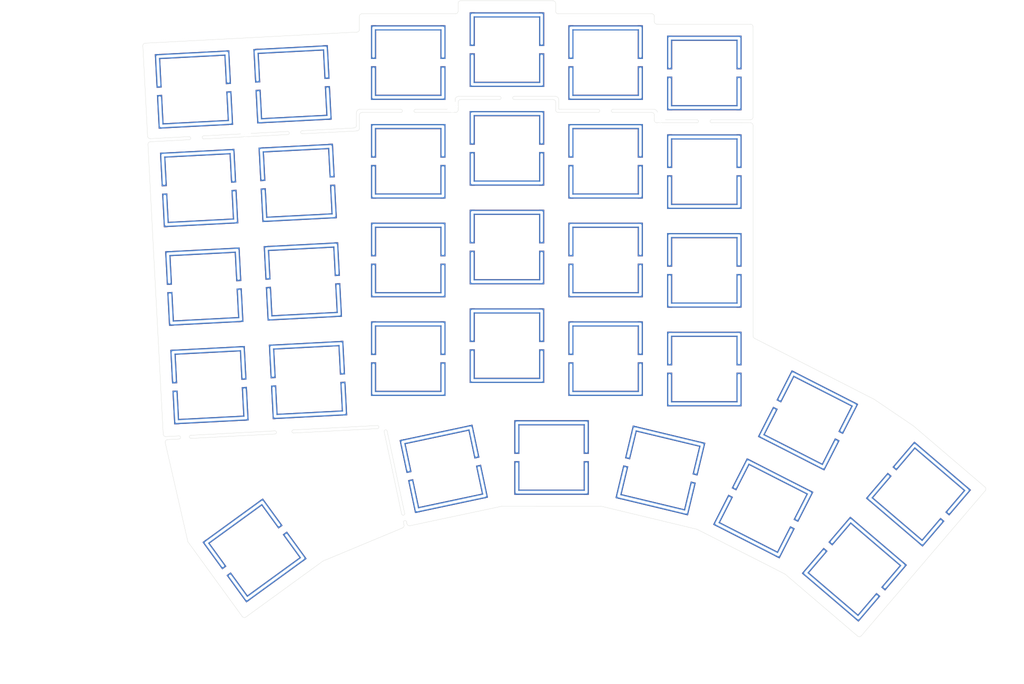
<source format=kicad_pcb>
(kicad_pcb (version 20171130) (host pcbnew "(5.1.12-1-10_14)")

  (general
    (thickness 1.6)
    (drawings 164)
    (tracks 0)
    (zones 0)
    (modules 44)
    (nets 1)
  )

  (page A4)
  (layers
    (0 F.Cu signal)
    (31 B.Cu signal)
    (32 B.Adhes user)
    (33 F.Adhes user)
    (34 B.Paste user)
    (35 F.Paste user)
    (36 B.SilkS user)
    (37 F.SilkS user)
    (38 B.Mask user)
    (39 F.Mask user)
    (40 Dwgs.User user)
    (41 Cmts.User user)
    (42 Eco1.User user)
    (43 Eco2.User user)
    (44 Edge.Cuts user)
    (45 Margin user)
    (46 B.CrtYd user)
    (47 F.CrtYd user)
    (48 B.Fab user)
    (49 F.Fab user)
  )

  (setup
    (last_trace_width 0.25)
    (trace_clearance 0.2)
    (zone_clearance 0.508)
    (zone_45_only no)
    (trace_min 0.2)
    (via_size 0.8)
    (via_drill 0.4)
    (via_min_size 0.4)
    (via_min_drill 0.3)
    (uvia_size 0.3)
    (uvia_drill 0.1)
    (uvias_allowed no)
    (uvia_min_size 0.2)
    (uvia_min_drill 0.1)
    (edge_width 0.05)
    (segment_width 0.2)
    (pcb_text_width 0.3)
    (pcb_text_size 1.5 1.5)
    (mod_edge_width 0.12)
    (mod_text_size 1 1)
    (mod_text_width 0.15)
    (pad_size 2.2 2.2)
    (pad_drill 2.2)
    (pad_to_mask_clearance 0)
    (aux_axis_origin 0 0)
    (visible_elements FFFFFF7F)
    (pcbplotparams
      (layerselection 0x010c0_ffffffff)
      (usegerberextensions false)
      (usegerberattributes true)
      (usegerberadvancedattributes true)
      (creategerberjobfile true)
      (excludeedgelayer true)
      (linewidth 0.100000)
      (plotframeref false)
      (viasonmask false)
      (mode 1)
      (useauxorigin false)
      (hpglpennumber 1)
      (hpglpenspeed 20)
      (hpglpendiameter 15.000000)
      (psnegative false)
      (psa4output false)
      (plotreference true)
      (plotvalue true)
      (plotinvisibletext false)
      (padsonsilk false)
      (subtractmaskfromsilk false)
      (outputformat 1)
      (mirror false)
      (drillshape 0)
      (scaleselection 1)
      (outputdirectory "Gerbers/"))
  )

  (net 0 "")

  (net_class Default "This is the default net class."
    (clearance 0.2)
    (trace_width 0.25)
    (via_dia 0.8)
    (via_drill 0.4)
    (uvia_dia 0.3)
    (uvia_drill 0.1)
  )

  (module used_footprints:metallized_breakout_cutout (layer F.Cu) (tedit 60E33E58) (tstamp 617DE2C6)
    (at 99.324584 84.14239 183)
    (path /5DAC0C87)
    (fp_text reference SW14 (at -0.04 -3.53 183) (layer F.Fab)
      (effects (font (size 1 1) (thickness 0.15)))
    )
    (fp_text value SW_Push (at 0 -8.6 183) (layer F.Fab) hide
      (effects (font (size 1 1) (thickness 0.15)))
    )
    (fp_line (start 0 -9.525) (end 9.525 -9.525) (layer Cmts.User) (width 0.12))
    (fp_line (start 0 -9.525) (end -9.525 -9.525) (layer Cmts.User) (width 0.12))
    (fp_line (start 0 9.525) (end 9.525 9.525) (layer Cmts.User) (width 0.12))
    (fp_line (start 0 9.525) (end -9.525 9.525) (layer Cmts.User) (width 0.12))
    (fp_line (start -9.525 0) (end -9.525 9.525) (layer Cmts.User) (width 0.12))
    (fp_line (start -9.525 0) (end -9.525 -9.525) (layer Cmts.User) (width 0.12))
    (fp_line (start 9.525 0) (end 9.525 -9.525) (layer Cmts.User) (width 0.12))
    (fp_line (start 9.525 0) (end 9.525 9.525) (layer Cmts.User) (width 0.12))
    (fp_line (start 0 0) (end 0 -9.525) (layer Cmts.User) (width 0.12))
    (fp_line (start 0 0) (end 9.525 0) (layer Cmts.User) (width 0.12))
    (fp_line (start 0 0) (end 0 9.525) (layer Cmts.User) (width 0.12))
    (fp_line (start 0 0) (end -9.525 0) (layer Cmts.User) (width 0.12))
    (fp_line (start 7 -7) (end 0 -7) (layer Cmts.User) (width 0.15))
    (fp_line (start 7 7) (end 7 -7) (layer Cmts.User) (width 0.15))
    (fp_line (start -7 7) (end 7 7) (layer Cmts.User) (width 0.15))
    (fp_line (start -7 -7) (end -7 7) (layer Cmts.User) (width 0.15))
    (fp_line (start 0 -7) (end -7 -7) (layer Cmts.User) (width 0.15))
    (pad 1 thru_hole custom (at -6.7 3.95 183) (size 1 6.5) (drill oval 0.5 6) (layers *.Cu *.Mask)
      (zone_connect 0)
      (options (clearance outline) (anchor rect))
      (primitives
      ))
    (pad 1 thru_hole custom (at -6.7 -3.95 183) (size 1 6.5) (drill oval 0.5 6) (layers *.Cu *.Mask)
      (zone_connect 0)
      (options (clearance outline) (anchor rect))
      (primitives
      ))
    (pad 1 thru_hole custom (at 6.7 3.95 3) (size 1 6.5) (drill oval 0.5 6) (layers *.Cu *.Mask)
      (zone_connect 0)
      (options (clearance outline) (anchor rect))
      (primitives
      ))
    (pad 1 thru_hole custom (at 0 -6.7 273) (size 1 14) (drill oval 0.5 13.5) (layers *.Cu *.Mask)
      (zone_connect 0)
      (options (clearance outline) (anchor rect))
      (primitives
      ))
    (pad 1 thru_hole custom (at 0 6.7 93) (size 1 14) (drill oval 0.5 13.5) (layers *.Cu *.Mask)
      (zone_connect 0)
      (options (clearance outline) (anchor rect))
      (primitives
      ))
    (pad 1 thru_hole custom (at 6.7 -3.95 3) (size 1 6.5) (drill oval 0.5 6) (layers *.Cu *.Mask)
      (zone_connect 0)
      (options (clearance outline) (anchor rect))
      (primitives
      ))
  )

  (module used_footprints:metallized_breakout_cutout (layer F.Cu) (tedit 60E33E58) (tstamp 617DE1D1)
    (at 176.818059 43.900349 180)
    (path /604A6082)
    (fp_text reference SW6 (at -0.04 -3.53 180) (layer F.Fab)
      (effects (font (size 1 1) (thickness 0.15)))
    )
    (fp_text value SW_Push (at 0 -8.6 180) (layer F.Fab) hide
      (effects (font (size 1 1) (thickness 0.15)))
    )
    (fp_line (start 0 -9.525) (end 9.525 -9.525) (layer Cmts.User) (width 0.12))
    (fp_line (start 0 -9.525) (end -9.525 -9.525) (layer Cmts.User) (width 0.12))
    (fp_line (start 0 9.525) (end 9.525 9.525) (layer Cmts.User) (width 0.12))
    (fp_line (start 0 9.525) (end -9.525 9.525) (layer Cmts.User) (width 0.12))
    (fp_line (start -9.525 0) (end -9.525 9.525) (layer Cmts.User) (width 0.12))
    (fp_line (start -9.525 0) (end -9.525 -9.525) (layer Cmts.User) (width 0.12))
    (fp_line (start 9.525 0) (end 9.525 -9.525) (layer Cmts.User) (width 0.12))
    (fp_line (start 9.525 0) (end 9.525 9.525) (layer Cmts.User) (width 0.12))
    (fp_line (start 0 0) (end 0 -9.525) (layer Cmts.User) (width 0.12))
    (fp_line (start 0 0) (end 9.525 0) (layer Cmts.User) (width 0.12))
    (fp_line (start 0 0) (end 0 9.525) (layer Cmts.User) (width 0.12))
    (fp_line (start 0 0) (end -9.525 0) (layer Cmts.User) (width 0.12))
    (fp_line (start 7 -7) (end 0 -7) (layer Cmts.User) (width 0.15))
    (fp_line (start 7 7) (end 7 -7) (layer Cmts.User) (width 0.15))
    (fp_line (start -7 7) (end 7 7) (layer Cmts.User) (width 0.15))
    (fp_line (start -7 -7) (end -7 7) (layer Cmts.User) (width 0.15))
    (fp_line (start 0 -7) (end -7 -7) (layer Cmts.User) (width 0.15))
    (pad 1 thru_hole custom (at -6.7 3.95 180) (size 1 6.5) (drill oval 0.5 6) (layers *.Cu *.Mask)
      (zone_connect 0)
      (options (clearance outline) (anchor rect))
      (primitives
      ))
    (pad 1 thru_hole custom (at -6.7 -3.95 180) (size 1 6.5) (drill oval 0.5 6) (layers *.Cu *.Mask)
      (zone_connect 0)
      (options (clearance outline) (anchor rect))
      (primitives
      ))
    (pad 1 thru_hole custom (at 6.7 3.95) (size 1 6.5) (drill oval 0.5 6) (layers *.Cu *.Mask)
      (zone_connect 0)
      (options (clearance outline) (anchor rect))
      (primitives
      ))
    (pad 1 thru_hole custom (at 0 -6.7 270) (size 1 14) (drill oval 0.5 13.5) (layers *.Cu *.Mask)
      (zone_connect 0)
      (options (clearance outline) (anchor rect))
      (primitives
      ))
    (pad 1 thru_hole custom (at 0 6.7 90) (size 1 14) (drill oval 0.5 13.5) (layers *.Cu *.Mask)
      (zone_connect 0)
      (options (clearance outline) (anchor rect))
      (primitives
      ))
    (pad 1 thru_hole custom (at 6.7 -3.95) (size 1 6.5) (drill oval 0.5 6) (layers *.Cu *.Mask)
      (zone_connect 0)
      (options (clearance outline) (anchor rect))
      (primitives
      ))
  )

  (module used_footprints:metallized_breakout_cutout (layer F.Cu) (tedit 60E33E58) (tstamp 617DD4EE)
    (at 78.306697 47.091581 183)
    (path /5DAB46E1)
    (fp_text reference SW1 (at -0.04 -3.53 183) (layer F.Fab)
      (effects (font (size 1 1) (thickness 0.15)))
    )
    (fp_text value SW_Push (at 0 -8.6 183) (layer F.Fab) hide
      (effects (font (size 1 1) (thickness 0.15)))
    )
    (fp_line (start 0 -9.525) (end 9.525 -9.525) (layer Cmts.User) (width 0.12))
    (fp_line (start 0 -9.525) (end -9.525 -9.525) (layer Cmts.User) (width 0.12))
    (fp_line (start 0 9.525) (end 9.525 9.525) (layer Cmts.User) (width 0.12))
    (fp_line (start 0 9.525) (end -9.525 9.525) (layer Cmts.User) (width 0.12))
    (fp_line (start -9.525 0) (end -9.525 9.525) (layer Cmts.User) (width 0.12))
    (fp_line (start -9.525 0) (end -9.525 -9.525) (layer Cmts.User) (width 0.12))
    (fp_line (start 9.525 0) (end 9.525 -9.525) (layer Cmts.User) (width 0.12))
    (fp_line (start 9.525 0) (end 9.525 9.525) (layer Cmts.User) (width 0.12))
    (fp_line (start 0 0) (end 0 -9.525) (layer Cmts.User) (width 0.12))
    (fp_line (start 0 0) (end 9.525 0) (layer Cmts.User) (width 0.12))
    (fp_line (start 0 0) (end 0 9.525) (layer Cmts.User) (width 0.12))
    (fp_line (start 0 0) (end -9.525 0) (layer Cmts.User) (width 0.12))
    (fp_line (start 7 -7) (end 0 -7) (layer Cmts.User) (width 0.15))
    (fp_line (start 7 7) (end 7 -7) (layer Cmts.User) (width 0.15))
    (fp_line (start -7 7) (end 7 7) (layer Cmts.User) (width 0.15))
    (fp_line (start -7 -7) (end -7 7) (layer Cmts.User) (width 0.15))
    (fp_line (start 0 -7) (end -7 -7) (layer Cmts.User) (width 0.15))
    (pad 1 thru_hole custom (at -6.7 3.95 183) (size 1 6.5) (drill oval 0.5 6) (layers *.Cu *.Mask)
      (zone_connect 0)
      (options (clearance outline) (anchor rect))
      (primitives
      ))
    (pad 1 thru_hole custom (at -6.7 -3.95 183) (size 1 6.5) (drill oval 0.5 6) (layers *.Cu *.Mask)
      (zone_connect 0)
      (options (clearance outline) (anchor rect))
      (primitives
      ))
    (pad 1 thru_hole custom (at 6.7 3.95 3) (size 1 6.5) (drill oval 0.5 6) (layers *.Cu *.Mask)
      (zone_connect 0)
      (options (clearance outline) (anchor rect))
      (primitives
      ))
    (pad 1 thru_hole custom (at 0 -6.7 273) (size 1 14) (drill oval 0.5 13.5) (layers *.Cu *.Mask)
      (zone_connect 0)
      (options (clearance outline) (anchor rect))
      (primitives
      ))
    (pad 1 thru_hole custom (at 0 6.7 93) (size 1 14) (drill oval 0.5 13.5) (layers *.Cu *.Mask)
      (zone_connect 0)
      (options (clearance outline) (anchor rect))
      (primitives
      ))
    (pad 1 thru_hole custom (at 6.7 -3.95 3) (size 1 6.5) (drill oval 0.5 6) (layers *.Cu *.Mask)
      (zone_connect 0)
      (options (clearance outline) (anchor rect))
      (primitives
      ))
  )

  (module used_footprints:metallized_breakout_cutout (layer F.Cu) (tedit 60E33E58) (tstamp 617DD4A0)
    (at 90.0049 136.0678 216)
    (path /5DAC0C7B)
    (fp_text reference SW27 (at -0.04 -3.53 216) (layer F.Fab)
      (effects (font (size 1 1) (thickness 0.15)))
    )
    (fp_text value SW_Push (at 0 -8.6 216) (layer F.Fab) hide
      (effects (font (size 1 1) (thickness 0.15)))
    )
    (fp_line (start 0 -7) (end -7 -7) (layer Cmts.User) (width 0.15))
    (fp_line (start -7 -7) (end -7 7) (layer Cmts.User) (width 0.15))
    (fp_line (start -7 7) (end 7 7) (layer Cmts.User) (width 0.15))
    (fp_line (start 7 7) (end 7 -7) (layer Cmts.User) (width 0.15))
    (fp_line (start 7 -7) (end 0 -7) (layer Cmts.User) (width 0.15))
    (fp_line (start 0 0) (end -9.525 0) (layer Cmts.User) (width 0.12))
    (fp_line (start 0 0) (end 0 9.525) (layer Cmts.User) (width 0.12))
    (fp_line (start 0 0) (end 9.525 0) (layer Cmts.User) (width 0.12))
    (fp_line (start 0 0) (end 0 -9.525) (layer Cmts.User) (width 0.12))
    (fp_line (start 9.525 0) (end 9.525 9.525) (layer Cmts.User) (width 0.12))
    (fp_line (start 9.525 0) (end 9.525 -9.525) (layer Cmts.User) (width 0.12))
    (fp_line (start -9.525 0) (end -9.525 -9.525) (layer Cmts.User) (width 0.12))
    (fp_line (start -9.525 0) (end -9.525 9.525) (layer Cmts.User) (width 0.12))
    (fp_line (start 0 9.525) (end -9.525 9.525) (layer Cmts.User) (width 0.12))
    (fp_line (start 0 9.525) (end 9.525 9.525) (layer Cmts.User) (width 0.12))
    (fp_line (start 0 -9.525) (end -9.525 -9.525) (layer Cmts.User) (width 0.12))
    (fp_line (start 0 -9.525) (end 9.525 -9.525) (layer Cmts.User) (width 0.12))
    (pad 1 thru_hole custom (at 6.7 -3.95 36) (size 1 6.5) (drill oval 0.5 6) (layers *.Cu *.Mask)
      (zone_connect 0)
      (options (clearance outline) (anchor rect))
      (primitives
      ))
    (pad 1 thru_hole custom (at 0 6.7 126) (size 1 14) (drill oval 0.5 13.5) (layers *.Cu *.Mask)
      (zone_connect 0)
      (options (clearance outline) (anchor rect))
      (primitives
      ))
    (pad 1 thru_hole custom (at 0 -6.7 306) (size 1 14) (drill oval 0.5 13.5) (layers *.Cu *.Mask)
      (zone_connect 0)
      (options (clearance outline) (anchor rect))
      (primitives
      ))
    (pad 1 thru_hole custom (at 6.7 3.95 36) (size 1 6.5) (drill oval 0.5 6) (layers *.Cu *.Mask)
      (zone_connect 0)
      (options (clearance outline) (anchor rect))
      (primitives
      ))
    (pad 1 thru_hole custom (at -6.7 -3.95 216) (size 1 6.5) (drill oval 0.5 6) (layers *.Cu *.Mask)
      (zone_connect 0)
      (options (clearance outline) (anchor rect))
      (primitives
      ))
    (pad 1 thru_hole custom (at -6.7 3.95 216) (size 1 6.5) (drill oval 0.5 6) (layers *.Cu *.Mask)
      (zone_connect 0)
      (options (clearance outline) (anchor rect))
      (primitives
      ))
  )

  (module used_footprints:metallized_breakout_cutout (layer F.Cu) (tedit 60E33E58) (tstamp 617DD452)
    (at 119.668061 41.900343 180)
    (path /5DAB836D)
    (fp_text reference SW3 (at -0.04 -3.53 180) (layer F.Fab)
      (effects (font (size 1 1) (thickness 0.15)))
    )
    (fp_text value SW_Push (at 0 -8.6 180) (layer F.Fab) hide
      (effects (font (size 1 1) (thickness 0.15)))
    )
    (fp_line (start 0 -9.525) (end 9.525 -9.525) (layer Cmts.User) (width 0.12))
    (fp_line (start 0 -9.525) (end -9.525 -9.525) (layer Cmts.User) (width 0.12))
    (fp_line (start 0 9.525) (end 9.525 9.525) (layer Cmts.User) (width 0.12))
    (fp_line (start 0 9.525) (end -9.525 9.525) (layer Cmts.User) (width 0.12))
    (fp_line (start -9.525 0) (end -9.525 9.525) (layer Cmts.User) (width 0.12))
    (fp_line (start -9.525 0) (end -9.525 -9.525) (layer Cmts.User) (width 0.12))
    (fp_line (start 9.525 0) (end 9.525 -9.525) (layer Cmts.User) (width 0.12))
    (fp_line (start 9.525 0) (end 9.525 9.525) (layer Cmts.User) (width 0.12))
    (fp_line (start 0 0) (end 0 -9.525) (layer Cmts.User) (width 0.12))
    (fp_line (start 0 0) (end 9.525 0) (layer Cmts.User) (width 0.12))
    (fp_line (start 0 0) (end 0 9.525) (layer Cmts.User) (width 0.12))
    (fp_line (start 0 0) (end -9.525 0) (layer Cmts.User) (width 0.12))
    (fp_line (start 7 -7) (end 0 -7) (layer Cmts.User) (width 0.15))
    (fp_line (start 7 7) (end 7 -7) (layer Cmts.User) (width 0.15))
    (fp_line (start -7 7) (end 7 7) (layer Cmts.User) (width 0.15))
    (fp_line (start -7 -7) (end -7 7) (layer Cmts.User) (width 0.15))
    (fp_line (start 0 -7) (end -7 -7) (layer Cmts.User) (width 0.15))
    (pad 1 thru_hole custom (at -6.7 3.95 180) (size 1 6.5) (drill oval 0.5 6) (layers *.Cu *.Mask)
      (zone_connect 0)
      (options (clearance outline) (anchor rect))
      (primitives
      ))
    (pad 1 thru_hole custom (at -6.7 -3.95 180) (size 1 6.5) (drill oval 0.5 6) (layers *.Cu *.Mask)
      (zone_connect 0)
      (options (clearance outline) (anchor rect))
      (primitives
      ))
    (pad 1 thru_hole custom (at 6.7 3.95) (size 1 6.5) (drill oval 0.5 6) (layers *.Cu *.Mask)
      (zone_connect 0)
      (options (clearance outline) (anchor rect))
      (primitives
      ))
    (pad 1 thru_hole custom (at 0 -6.7 270) (size 1 14) (drill oval 0.5 13.5) (layers *.Cu *.Mask)
      (zone_connect 0)
      (options (clearance outline) (anchor rect))
      (primitives
      ))
    (pad 1 thru_hole custom (at 0 6.7 90) (size 1 14) (drill oval 0.5 13.5) (layers *.Cu *.Mask)
      (zone_connect 0)
      (options (clearance outline) (anchor rect))
      (primitives
      ))
    (pad 1 thru_hole custom (at 6.7 -3.95) (size 1 6.5) (drill oval 0.5 6) (layers *.Cu *.Mask)
      (zone_connect 0)
      (options (clearance outline) (anchor rect))
      (primitives
      ))
  )

  (module used_footprints:metallized_breakout_cutout (layer F.Cu) (tedit 60E33E58) (tstamp 617DD404)
    (at 119.66806 60.95034 180)
    (path /5DABCF85)
    (fp_text reference SW9 (at -0.04 -3.53 180) (layer F.Fab)
      (effects (font (size 1 1) (thickness 0.15)))
    )
    (fp_text value SW_Push (at 0 -8.6 180) (layer F.Fab) hide
      (effects (font (size 1 1) (thickness 0.15)))
    )
    (fp_line (start 0 -9.525) (end 9.525 -9.525) (layer Cmts.User) (width 0.12))
    (fp_line (start 0 -9.525) (end -9.525 -9.525) (layer Cmts.User) (width 0.12))
    (fp_line (start 0 9.525) (end 9.525 9.525) (layer Cmts.User) (width 0.12))
    (fp_line (start 0 9.525) (end -9.525 9.525) (layer Cmts.User) (width 0.12))
    (fp_line (start -9.525 0) (end -9.525 9.525) (layer Cmts.User) (width 0.12))
    (fp_line (start -9.525 0) (end -9.525 -9.525) (layer Cmts.User) (width 0.12))
    (fp_line (start 9.525 0) (end 9.525 -9.525) (layer Cmts.User) (width 0.12))
    (fp_line (start 9.525 0) (end 9.525 9.525) (layer Cmts.User) (width 0.12))
    (fp_line (start 0 0) (end 0 -9.525) (layer Cmts.User) (width 0.12))
    (fp_line (start 0 0) (end 9.525 0) (layer Cmts.User) (width 0.12))
    (fp_line (start 0 0) (end 0 9.525) (layer Cmts.User) (width 0.12))
    (fp_line (start 0 0) (end -9.525 0) (layer Cmts.User) (width 0.12))
    (fp_line (start 7 -7) (end 0 -7) (layer Cmts.User) (width 0.15))
    (fp_line (start 7 7) (end 7 -7) (layer Cmts.User) (width 0.15))
    (fp_line (start -7 7) (end 7 7) (layer Cmts.User) (width 0.15))
    (fp_line (start -7 -7) (end -7 7) (layer Cmts.User) (width 0.15))
    (fp_line (start 0 -7) (end -7 -7) (layer Cmts.User) (width 0.15))
    (pad 1 thru_hole custom (at -6.7 3.95 180) (size 1 6.5) (drill oval 0.5 6) (layers *.Cu *.Mask)
      (zone_connect 0)
      (options (clearance outline) (anchor rect))
      (primitives
      ))
    (pad 1 thru_hole custom (at -6.7 -3.95 180) (size 1 6.5) (drill oval 0.5 6) (layers *.Cu *.Mask)
      (zone_connect 0)
      (options (clearance outline) (anchor rect))
      (primitives
      ))
    (pad 1 thru_hole custom (at 6.7 3.95) (size 1 6.5) (drill oval 0.5 6) (layers *.Cu *.Mask)
      (zone_connect 0)
      (options (clearance outline) (anchor rect))
      (primitives
      ))
    (pad 1 thru_hole custom (at 0 -6.7 270) (size 1 14) (drill oval 0.5 13.5) (layers *.Cu *.Mask)
      (zone_connect 0)
      (options (clearance outline) (anchor rect))
      (primitives
      ))
    (pad 1 thru_hole custom (at 0 6.7 90) (size 1 14) (drill oval 0.5 13.5) (layers *.Cu *.Mask)
      (zone_connect 0)
      (options (clearance outline) (anchor rect))
      (primitives
      ))
    (pad 1 thru_hole custom (at 6.7 -3.95) (size 1 6.5) (drill oval 0.5 6) (layers *.Cu *.Mask)
      (zone_connect 0)
      (options (clearance outline) (anchor rect))
      (primitives
      ))
  )

  (module used_footprints:metallized_breakout_cutout (layer F.Cu) (tedit 60E33E58) (tstamp 617DD3B6)
    (at 138.718051 39.400347 180)
    (path /5DAB8373)
    (fp_text reference SW4 (at -0.04 -3.53 180) (layer F.Fab)
      (effects (font (size 1 1) (thickness 0.15)))
    )
    (fp_text value SW_Push (at 0 -8.6 180) (layer F.Fab) hide
      (effects (font (size 1 1) (thickness 0.15)))
    )
    (fp_line (start 0 -9.525) (end 9.525 -9.525) (layer Cmts.User) (width 0.12))
    (fp_line (start 0 -9.525) (end -9.525 -9.525) (layer Cmts.User) (width 0.12))
    (fp_line (start 0 9.525) (end 9.525 9.525) (layer Cmts.User) (width 0.12))
    (fp_line (start 0 9.525) (end -9.525 9.525) (layer Cmts.User) (width 0.12))
    (fp_line (start -9.525 0) (end -9.525 9.525) (layer Cmts.User) (width 0.12))
    (fp_line (start -9.525 0) (end -9.525 -9.525) (layer Cmts.User) (width 0.12))
    (fp_line (start 9.525 0) (end 9.525 -9.525) (layer Cmts.User) (width 0.12))
    (fp_line (start 9.525 0) (end 9.525 9.525) (layer Cmts.User) (width 0.12))
    (fp_line (start 0 0) (end 0 -9.525) (layer Cmts.User) (width 0.12))
    (fp_line (start 0 0) (end 9.525 0) (layer Cmts.User) (width 0.12))
    (fp_line (start 0 0) (end 0 9.525) (layer Cmts.User) (width 0.12))
    (fp_line (start 0 0) (end -9.525 0) (layer Cmts.User) (width 0.12))
    (fp_line (start 7 -7) (end 0 -7) (layer Cmts.User) (width 0.15))
    (fp_line (start 7 7) (end 7 -7) (layer Cmts.User) (width 0.15))
    (fp_line (start -7 7) (end 7 7) (layer Cmts.User) (width 0.15))
    (fp_line (start -7 -7) (end -7 7) (layer Cmts.User) (width 0.15))
    (fp_line (start 0 -7) (end -7 -7) (layer Cmts.User) (width 0.15))
    (pad 1 thru_hole custom (at -6.7 3.95 180) (size 1 6.5) (drill oval 0.5 6) (layers *.Cu *.Mask)
      (zone_connect 0)
      (options (clearance outline) (anchor rect))
      (primitives
      ))
    (pad 1 thru_hole custom (at -6.7 -3.95 180) (size 1 6.5) (drill oval 0.5 6) (layers *.Cu *.Mask)
      (zone_connect 0)
      (options (clearance outline) (anchor rect))
      (primitives
      ))
    (pad 1 thru_hole custom (at 6.7 3.95) (size 1 6.5) (drill oval 0.5 6) (layers *.Cu *.Mask)
      (zone_connect 0)
      (options (clearance outline) (anchor rect))
      (primitives
      ))
    (pad 1 thru_hole custom (at 0 -6.7 270) (size 1 14) (drill oval 0.5 13.5) (layers *.Cu *.Mask)
      (zone_connect 0)
      (options (clearance outline) (anchor rect))
      (primitives
      ))
    (pad 1 thru_hole custom (at 0 6.7 90) (size 1 14) (drill oval 0.5 13.5) (layers *.Cu *.Mask)
      (zone_connect 0)
      (options (clearance outline) (anchor rect))
      (primitives
      ))
    (pad 1 thru_hole custom (at 6.7 -3.95) (size 1 6.5) (drill oval 0.5 6) (layers *.Cu *.Mask)
      (zone_connect 0)
      (options (clearance outline) (anchor rect))
      (primitives
      ))
  )

  (module used_footprints:metallized_breakout_cutout (layer F.Cu) (tedit 60E33E58) (tstamp 617DD368)
    (at 138.718063 58.450346 180)
    (path /5DABCF8B)
    (fp_text reference SW10 (at -0.04 -3.53 180) (layer F.Fab)
      (effects (font (size 1 1) (thickness 0.15)))
    )
    (fp_text value SW_Push (at 0 -8.6 180) (layer F.Fab) hide
      (effects (font (size 1 1) (thickness 0.15)))
    )
    (fp_line (start 0 -9.525) (end 9.525 -9.525) (layer Cmts.User) (width 0.12))
    (fp_line (start 0 -9.525) (end -9.525 -9.525) (layer Cmts.User) (width 0.12))
    (fp_line (start 0 9.525) (end 9.525 9.525) (layer Cmts.User) (width 0.12))
    (fp_line (start 0 9.525) (end -9.525 9.525) (layer Cmts.User) (width 0.12))
    (fp_line (start -9.525 0) (end -9.525 9.525) (layer Cmts.User) (width 0.12))
    (fp_line (start -9.525 0) (end -9.525 -9.525) (layer Cmts.User) (width 0.12))
    (fp_line (start 9.525 0) (end 9.525 -9.525) (layer Cmts.User) (width 0.12))
    (fp_line (start 9.525 0) (end 9.525 9.525) (layer Cmts.User) (width 0.12))
    (fp_line (start 0 0) (end 0 -9.525) (layer Cmts.User) (width 0.12))
    (fp_line (start 0 0) (end 9.525 0) (layer Cmts.User) (width 0.12))
    (fp_line (start 0 0) (end 0 9.525) (layer Cmts.User) (width 0.12))
    (fp_line (start 0 0) (end -9.525 0) (layer Cmts.User) (width 0.12))
    (fp_line (start 7 -7) (end 0 -7) (layer Cmts.User) (width 0.15))
    (fp_line (start 7 7) (end 7 -7) (layer Cmts.User) (width 0.15))
    (fp_line (start -7 7) (end 7 7) (layer Cmts.User) (width 0.15))
    (fp_line (start -7 -7) (end -7 7) (layer Cmts.User) (width 0.15))
    (fp_line (start 0 -7) (end -7 -7) (layer Cmts.User) (width 0.15))
    (pad 1 thru_hole custom (at -6.7 3.95 180) (size 1 6.5) (drill oval 0.5 6) (layers *.Cu *.Mask)
      (zone_connect 0)
      (options (clearance outline) (anchor rect))
      (primitives
      ))
    (pad 1 thru_hole custom (at -6.7 -3.95 180) (size 1 6.5) (drill oval 0.5 6) (layers *.Cu *.Mask)
      (zone_connect 0)
      (options (clearance outline) (anchor rect))
      (primitives
      ))
    (pad 1 thru_hole custom (at 6.7 3.95) (size 1 6.5) (drill oval 0.5 6) (layers *.Cu *.Mask)
      (zone_connect 0)
      (options (clearance outline) (anchor rect))
      (primitives
      ))
    (pad 1 thru_hole custom (at 0 -6.7 270) (size 1 14) (drill oval 0.5 13.5) (layers *.Cu *.Mask)
      (zone_connect 0)
      (options (clearance outline) (anchor rect))
      (primitives
      ))
    (pad 1 thru_hole custom (at 0 6.7 90) (size 1 14) (drill oval 0.5 13.5) (layers *.Cu *.Mask)
      (zone_connect 0)
      (options (clearance outline) (anchor rect))
      (primitives
      ))
    (pad 1 thru_hole custom (at 6.7 -3.95) (size 1 6.5) (drill oval 0.5 6) (layers *.Cu *.Mask)
      (zone_connect 0)
      (options (clearance outline) (anchor rect))
      (primitives
      ))
  )

  (module used_footprints:metallized_breakout_cutout (layer F.Cu) (tedit 60E33E58) (tstamp 617DD31A)
    (at 157.768085 41.900311 180)
    (path /5DAB8379)
    (fp_text reference SW5 (at -0.04 -3.53 180) (layer F.Fab)
      (effects (font (size 1 1) (thickness 0.15)))
    )
    (fp_text value SW_Push (at 0 -8.6 180) (layer F.Fab) hide
      (effects (font (size 1 1) (thickness 0.15)))
    )
    (fp_line (start 0 -9.525) (end 9.525 -9.525) (layer Cmts.User) (width 0.12))
    (fp_line (start 0 -9.525) (end -9.525 -9.525) (layer Cmts.User) (width 0.12))
    (fp_line (start 0 9.525) (end 9.525 9.525) (layer Cmts.User) (width 0.12))
    (fp_line (start 0 9.525) (end -9.525 9.525) (layer Cmts.User) (width 0.12))
    (fp_line (start -9.525 0) (end -9.525 9.525) (layer Cmts.User) (width 0.12))
    (fp_line (start -9.525 0) (end -9.525 -9.525) (layer Cmts.User) (width 0.12))
    (fp_line (start 9.525 0) (end 9.525 -9.525) (layer Cmts.User) (width 0.12))
    (fp_line (start 9.525 0) (end 9.525 9.525) (layer Cmts.User) (width 0.12))
    (fp_line (start 0 0) (end 0 -9.525) (layer Cmts.User) (width 0.12))
    (fp_line (start 0 0) (end 9.525 0) (layer Cmts.User) (width 0.12))
    (fp_line (start 0 0) (end 0 9.525) (layer Cmts.User) (width 0.12))
    (fp_line (start 0 0) (end -9.525 0) (layer Cmts.User) (width 0.12))
    (fp_line (start 7 -7) (end 0 -7) (layer Cmts.User) (width 0.15))
    (fp_line (start 7 7) (end 7 -7) (layer Cmts.User) (width 0.15))
    (fp_line (start -7 7) (end 7 7) (layer Cmts.User) (width 0.15))
    (fp_line (start -7 -7) (end -7 7) (layer Cmts.User) (width 0.15))
    (fp_line (start 0 -7) (end -7 -7) (layer Cmts.User) (width 0.15))
    (pad 1 thru_hole custom (at -6.7 3.95 180) (size 1 6.5) (drill oval 0.5 6) (layers *.Cu *.Mask)
      (zone_connect 0)
      (options (clearance outline) (anchor rect))
      (primitives
      ))
    (pad 1 thru_hole custom (at -6.7 -3.95 180) (size 1 6.5) (drill oval 0.5 6) (layers *.Cu *.Mask)
      (zone_connect 0)
      (options (clearance outline) (anchor rect))
      (primitives
      ))
    (pad 1 thru_hole custom (at 6.7 3.95) (size 1 6.5) (drill oval 0.5 6) (layers *.Cu *.Mask)
      (zone_connect 0)
      (options (clearance outline) (anchor rect))
      (primitives
      ))
    (pad 1 thru_hole custom (at 0 -6.7 270) (size 1 14) (drill oval 0.5 13.5) (layers *.Cu *.Mask)
      (zone_connect 0)
      (options (clearance outline) (anchor rect))
      (primitives
      ))
    (pad 1 thru_hole custom (at 0 6.7 90) (size 1 14) (drill oval 0.5 13.5) (layers *.Cu *.Mask)
      (zone_connect 0)
      (options (clearance outline) (anchor rect))
      (primitives
      ))
    (pad 1 thru_hole custom (at 6.7 -3.95) (size 1 6.5) (drill oval 0.5 6) (layers *.Cu *.Mask)
      (zone_connect 0)
      (options (clearance outline) (anchor rect))
      (primitives
      ))
  )

  (module used_footprints:metallized_breakout_cutout (layer F.Cu) (tedit 60E33E58) (tstamp 617DD2CC)
    (at 157.768081 60.950336 180)
    (path /5DABCF91)
    (fp_text reference SW11 (at -0.04 -3.53 180) (layer F.Fab)
      (effects (font (size 1 1) (thickness 0.15)))
    )
    (fp_text value SW_Push (at 0 -8.6 180) (layer F.Fab) hide
      (effects (font (size 1 1) (thickness 0.15)))
    )
    (fp_line (start 0 -9.525) (end 9.525 -9.525) (layer Cmts.User) (width 0.12))
    (fp_line (start 0 -9.525) (end -9.525 -9.525) (layer Cmts.User) (width 0.12))
    (fp_line (start 0 9.525) (end 9.525 9.525) (layer Cmts.User) (width 0.12))
    (fp_line (start 0 9.525) (end -9.525 9.525) (layer Cmts.User) (width 0.12))
    (fp_line (start -9.525 0) (end -9.525 9.525) (layer Cmts.User) (width 0.12))
    (fp_line (start -9.525 0) (end -9.525 -9.525) (layer Cmts.User) (width 0.12))
    (fp_line (start 9.525 0) (end 9.525 -9.525) (layer Cmts.User) (width 0.12))
    (fp_line (start 9.525 0) (end 9.525 9.525) (layer Cmts.User) (width 0.12))
    (fp_line (start 0 0) (end 0 -9.525) (layer Cmts.User) (width 0.12))
    (fp_line (start 0 0) (end 9.525 0) (layer Cmts.User) (width 0.12))
    (fp_line (start 0 0) (end 0 9.525) (layer Cmts.User) (width 0.12))
    (fp_line (start 0 0) (end -9.525 0) (layer Cmts.User) (width 0.12))
    (fp_line (start 7 -7) (end 0 -7) (layer Cmts.User) (width 0.15))
    (fp_line (start 7 7) (end 7 -7) (layer Cmts.User) (width 0.15))
    (fp_line (start -7 7) (end 7 7) (layer Cmts.User) (width 0.15))
    (fp_line (start -7 -7) (end -7 7) (layer Cmts.User) (width 0.15))
    (fp_line (start 0 -7) (end -7 -7) (layer Cmts.User) (width 0.15))
    (pad 1 thru_hole custom (at -6.7 3.95 180) (size 1 6.5) (drill oval 0.5 6) (layers *.Cu *.Mask)
      (zone_connect 0)
      (options (clearance outline) (anchor rect))
      (primitives
      ))
    (pad 1 thru_hole custom (at -6.7 -3.95 180) (size 1 6.5) (drill oval 0.5 6) (layers *.Cu *.Mask)
      (zone_connect 0)
      (options (clearance outline) (anchor rect))
      (primitives
      ))
    (pad 1 thru_hole custom (at 6.7 3.95) (size 1 6.5) (drill oval 0.5 6) (layers *.Cu *.Mask)
      (zone_connect 0)
      (options (clearance outline) (anchor rect))
      (primitives
      ))
    (pad 1 thru_hole custom (at 0 -6.7 270) (size 1 14) (drill oval 0.5 13.5) (layers *.Cu *.Mask)
      (zone_connect 0)
      (options (clearance outline) (anchor rect))
      (primitives
      ))
    (pad 1 thru_hole custom (at 0 6.7 90) (size 1 14) (drill oval 0.5 13.5) (layers *.Cu *.Mask)
      (zone_connect 0)
      (options (clearance outline) (anchor rect))
      (primitives
      ))
    (pad 1 thru_hole custom (at 6.7 -3.95) (size 1 6.5) (drill oval 0.5 6) (layers *.Cu *.Mask)
      (zone_connect 0)
      (options (clearance outline) (anchor rect))
      (primitives
      ))
  )

  (module used_footprints:metallized_breakout_cutout (layer F.Cu) (tedit 60E33E58) (tstamp 617DD27E)
    (at 176.81807 62.950316 180)
    (path /604F1B9A)
    (fp_text reference SW12 (at -0.65 -3.5 180) (layer F.Fab)
      (effects (font (size 1 1) (thickness 0.15)))
    )
    (fp_text value SW_Push (at 0 -8.6 180) (layer F.Fab) hide
      (effects (font (size 1 1) (thickness 0.15)))
    )
    (fp_line (start 0 -9.525) (end 9.525 -9.525) (layer Cmts.User) (width 0.12))
    (fp_line (start 0 -9.525) (end -9.525 -9.525) (layer Cmts.User) (width 0.12))
    (fp_line (start 0 9.525) (end 9.525 9.525) (layer Cmts.User) (width 0.12))
    (fp_line (start 0 9.525) (end -9.525 9.525) (layer Cmts.User) (width 0.12))
    (fp_line (start -9.525 0) (end -9.525 9.525) (layer Cmts.User) (width 0.12))
    (fp_line (start -9.525 0) (end -9.525 -9.525) (layer Cmts.User) (width 0.12))
    (fp_line (start 9.525 0) (end 9.525 -9.525) (layer Cmts.User) (width 0.12))
    (fp_line (start 9.525 0) (end 9.525 9.525) (layer Cmts.User) (width 0.12))
    (fp_line (start 0 0) (end 0 -9.525) (layer Cmts.User) (width 0.12))
    (fp_line (start 0 0) (end 9.525 0) (layer Cmts.User) (width 0.12))
    (fp_line (start 0 0) (end 0 9.525) (layer Cmts.User) (width 0.12))
    (fp_line (start 0 0) (end -9.525 0) (layer Cmts.User) (width 0.12))
    (fp_line (start 7 -7) (end 0 -7) (layer Cmts.User) (width 0.15))
    (fp_line (start 7 7) (end 7 -7) (layer Cmts.User) (width 0.15))
    (fp_line (start -7 7) (end 7 7) (layer Cmts.User) (width 0.15))
    (fp_line (start -7 -7) (end -7 7) (layer Cmts.User) (width 0.15))
    (fp_line (start 0 -7) (end -7 -7) (layer Cmts.User) (width 0.15))
    (pad 1 thru_hole custom (at -6.7 3.95 180) (size 1 6.5) (drill oval 0.5 6) (layers *.Cu *.Mask)
      (zone_connect 0)
      (options (clearance outline) (anchor rect))
      (primitives
      ))
    (pad 1 thru_hole custom (at -6.7 -3.95 180) (size 1 6.5) (drill oval 0.5 6) (layers *.Cu *.Mask)
      (zone_connect 0)
      (options (clearance outline) (anchor rect))
      (primitives
      ))
    (pad 1 thru_hole custom (at 6.7 3.95) (size 1 6.5) (drill oval 0.5 6) (layers *.Cu *.Mask)
      (zone_connect 0)
      (options (clearance outline) (anchor rect))
      (primitives
      ))
    (pad 1 thru_hole custom (at 0 -6.7 270) (size 1 14) (drill oval 0.5 13.5) (layers *.Cu *.Mask)
      (zone_connect 0)
      (options (clearance outline) (anchor rect))
      (primitives
      ))
    (pad 1 thru_hole custom (at 0 6.7 90) (size 1 14) (drill oval 0.5 13.5) (layers *.Cu *.Mask)
      (zone_connect 0)
      (options (clearance outline) (anchor rect))
      (primitives
      ))
    (pad 1 thru_hole custom (at 6.7 -3.95) (size 1 6.5) (drill oval 0.5 6) (layers *.Cu *.Mask)
      (zone_connect 0)
      (options (clearance outline) (anchor rect))
      (primitives
      ))
  )

  (module used_footprints:metallized_breakout_cutout (layer F.Cu) (tedit 60E33E58) (tstamp 617DD230)
    (at 196.839673 110.960956 153)
    (path /6070B41C)
    (fp_text reference SW26 (at -0.04 -3.53 333) (layer F.Fab)
      (effects (font (size 1 1) (thickness 0.15)))
    )
    (fp_text value SW_Push (at 0 -8.6 333) (layer F.Fab) hide
      (effects (font (size 1 1) (thickness 0.15)))
    )
    (fp_line (start 0 -9.525) (end 9.525 -9.525) (layer Cmts.User) (width 0.12))
    (fp_line (start 0 -9.525) (end -9.525 -9.525) (layer Cmts.User) (width 0.12))
    (fp_line (start 0 9.525) (end 9.525 9.525) (layer Cmts.User) (width 0.12))
    (fp_line (start 0 9.525) (end -9.525 9.525) (layer Cmts.User) (width 0.12))
    (fp_line (start -9.525 0) (end -9.525 9.525) (layer Cmts.User) (width 0.12))
    (fp_line (start -9.525 0) (end -9.525 -9.525) (layer Cmts.User) (width 0.12))
    (fp_line (start 9.525 0) (end 9.525 -9.525) (layer Cmts.User) (width 0.12))
    (fp_line (start 9.525 0) (end 9.525 9.525) (layer Cmts.User) (width 0.12))
    (fp_line (start 0 0) (end 0 -9.525) (layer Cmts.User) (width 0.12))
    (fp_line (start 0 0) (end 9.525 0) (layer Cmts.User) (width 0.12))
    (fp_line (start 0 0) (end 0 9.525) (layer Cmts.User) (width 0.12))
    (fp_line (start 0 0) (end -9.525 0) (layer Cmts.User) (width 0.12))
    (fp_line (start 7 -7) (end 0 -7) (layer Cmts.User) (width 0.15))
    (fp_line (start 7 7) (end 7 -7) (layer Cmts.User) (width 0.15))
    (fp_line (start -7 7) (end 7 7) (layer Cmts.User) (width 0.15))
    (fp_line (start -7 -7) (end -7 7) (layer Cmts.User) (width 0.15))
    (fp_line (start 0 -7) (end -7 -7) (layer Cmts.User) (width 0.15))
    (pad 1 thru_hole custom (at -6.7 3.95 153) (size 1 6.5) (drill oval 0.5 6) (layers *.Cu *.Mask)
      (zone_connect 0)
      (options (clearance outline) (anchor rect))
      (primitives
      ))
    (pad 1 thru_hole custom (at -6.7 -3.95 153) (size 1 6.5) (drill oval 0.5 6) (layers *.Cu *.Mask)
      (zone_connect 0)
      (options (clearance outline) (anchor rect))
      (primitives
      ))
    (pad 1 thru_hole custom (at 6.7 3.95 333) (size 1 6.5) (drill oval 0.5 6) (layers *.Cu *.Mask)
      (zone_connect 0)
      (options (clearance outline) (anchor rect))
      (primitives
      ))
    (pad 1 thru_hole custom (at 0 -6.7 243) (size 1 14) (drill oval 0.5 13.5) (layers *.Cu *.Mask)
      (zone_connect 0)
      (options (clearance outline) (anchor rect))
      (primitives
      ))
    (pad 1 thru_hole custom (at 0 6.7 63) (size 1 14) (drill oval 0.5 13.5) (layers *.Cu *.Mask)
      (zone_connect 0)
      (options (clearance outline) (anchor rect))
      (primitives
      ))
    (pad 1 thru_hole custom (at 6.7 -3.95 333) (size 1 6.5) (drill oval 0.5 6) (layers *.Cu *.Mask)
      (zone_connect 0)
      (options (clearance outline) (anchor rect))
      (primitives
      ))
  )

  (module used_footprints:metallized_breakout_cutout (layer F.Cu) (tedit 60E33E58) (tstamp 617DD1E2)
    (at 100.321567 103.166281 183)
    (path /5DAC4A6C)
    (fp_text reference SW21 (at -0.04 -3.53 183) (layer F.Fab)
      (effects (font (size 1 1) (thickness 0.15)))
    )
    (fp_text value SW_Push (at 0 -8.6 183) (layer F.Fab) hide
      (effects (font (size 1 1) (thickness 0.15)))
    )
    (fp_line (start 0 -9.525) (end 9.525 -9.525) (layer Cmts.User) (width 0.12))
    (fp_line (start 0 -9.525) (end -9.525 -9.525) (layer Cmts.User) (width 0.12))
    (fp_line (start 0 9.525) (end 9.525 9.525) (layer Cmts.User) (width 0.12))
    (fp_line (start 0 9.525) (end -9.525 9.525) (layer Cmts.User) (width 0.12))
    (fp_line (start -9.525 0) (end -9.525 9.525) (layer Cmts.User) (width 0.12))
    (fp_line (start -9.525 0) (end -9.525 -9.525) (layer Cmts.User) (width 0.12))
    (fp_line (start 9.525 0) (end 9.525 -9.525) (layer Cmts.User) (width 0.12))
    (fp_line (start 9.525 0) (end 9.525 9.525) (layer Cmts.User) (width 0.12))
    (fp_line (start 0 0) (end 0 -9.525) (layer Cmts.User) (width 0.12))
    (fp_line (start 0 0) (end 9.525 0) (layer Cmts.User) (width 0.12))
    (fp_line (start 0 0) (end 0 9.525) (layer Cmts.User) (width 0.12))
    (fp_line (start 0 0) (end -9.525 0) (layer Cmts.User) (width 0.12))
    (fp_line (start 7 -7) (end 0 -7) (layer Cmts.User) (width 0.15))
    (fp_line (start 7 7) (end 7 -7) (layer Cmts.User) (width 0.15))
    (fp_line (start -7 7) (end 7 7) (layer Cmts.User) (width 0.15))
    (fp_line (start -7 -7) (end -7 7) (layer Cmts.User) (width 0.15))
    (fp_line (start 0 -7) (end -7 -7) (layer Cmts.User) (width 0.15))
    (pad 1 thru_hole custom (at -6.7 3.95 183) (size 1 6.5) (drill oval 0.5 6) (layers *.Cu *.Mask)
      (zone_connect 0)
      (options (clearance outline) (anchor rect))
      (primitives
      ))
    (pad 1 thru_hole custom (at -6.7 -3.95 183) (size 1 6.5) (drill oval 0.5 6) (layers *.Cu *.Mask)
      (zone_connect 0)
      (options (clearance outline) (anchor rect))
      (primitives
      ))
    (pad 1 thru_hole custom (at 6.7 3.95 3) (size 1 6.5) (drill oval 0.5 6) (layers *.Cu *.Mask)
      (zone_connect 0)
      (options (clearance outline) (anchor rect))
      (primitives
      ))
    (pad 1 thru_hole custom (at 0 -6.7 273) (size 1 14) (drill oval 0.5 13.5) (layers *.Cu *.Mask)
      (zone_connect 0)
      (options (clearance outline) (anchor rect))
      (primitives
      ))
    (pad 1 thru_hole custom (at 0 6.7 93) (size 1 14) (drill oval 0.5 13.5) (layers *.Cu *.Mask)
      (zone_connect 0)
      (options (clearance outline) (anchor rect))
      (primitives
      ))
    (pad 1 thru_hole custom (at 6.7 -3.95 3) (size 1 6.5) (drill oval 0.5 6) (layers *.Cu *.Mask)
      (zone_connect 0)
      (options (clearance outline) (anchor rect))
      (primitives
      ))
  )

  (module used_footprints:metallized_breakout_cutout (layer F.Cu) (tedit 60E33E58) (tstamp 617DCFC8)
    (at 157.768056 80.000313 180)
    (path /5DAC0C99)
    (fp_text reference SW17 (at -0.04 -3.53 180) (layer F.Fab)
      (effects (font (size 1 1) (thickness 0.15)))
    )
    (fp_text value SW_Push (at 0 -8.6 180) (layer F.Fab) hide
      (effects (font (size 1 1) (thickness 0.15)))
    )
    (fp_line (start 0 -9.525) (end 9.525 -9.525) (layer Cmts.User) (width 0.12))
    (fp_line (start 0 -9.525) (end -9.525 -9.525) (layer Cmts.User) (width 0.12))
    (fp_line (start 0 9.525) (end 9.525 9.525) (layer Cmts.User) (width 0.12))
    (fp_line (start 0 9.525) (end -9.525 9.525) (layer Cmts.User) (width 0.12))
    (fp_line (start -9.525 0) (end -9.525 9.525) (layer Cmts.User) (width 0.12))
    (fp_line (start -9.525 0) (end -9.525 -9.525) (layer Cmts.User) (width 0.12))
    (fp_line (start 9.525 0) (end 9.525 -9.525) (layer Cmts.User) (width 0.12))
    (fp_line (start 9.525 0) (end 9.525 9.525) (layer Cmts.User) (width 0.12))
    (fp_line (start 0 0) (end 0 -9.525) (layer Cmts.User) (width 0.12))
    (fp_line (start 0 0) (end 9.525 0) (layer Cmts.User) (width 0.12))
    (fp_line (start 0 0) (end 0 9.525) (layer Cmts.User) (width 0.12))
    (fp_line (start 0 0) (end -9.525 0) (layer Cmts.User) (width 0.12))
    (fp_line (start 7 -7) (end 0 -7) (layer Cmts.User) (width 0.15))
    (fp_line (start 7 7) (end 7 -7) (layer Cmts.User) (width 0.15))
    (fp_line (start -7 7) (end 7 7) (layer Cmts.User) (width 0.15))
    (fp_line (start -7 -7) (end -7 7) (layer Cmts.User) (width 0.15))
    (fp_line (start 0 -7) (end -7 -7) (layer Cmts.User) (width 0.15))
    (pad 1 thru_hole custom (at -6.7 3.95 180) (size 1 6.5) (drill oval 0.5 6) (layers *.Cu *.Mask)
      (zone_connect 0)
      (options (clearance outline) (anchor rect))
      (primitives
      ))
    (pad 1 thru_hole custom (at -6.7 -3.95 180) (size 1 6.5) (drill oval 0.5 6) (layers *.Cu *.Mask)
      (zone_connect 0)
      (options (clearance outline) (anchor rect))
      (primitives
      ))
    (pad 1 thru_hole custom (at 6.7 3.95) (size 1 6.5) (drill oval 0.5 6) (layers *.Cu *.Mask)
      (zone_connect 0)
      (options (clearance outline) (anchor rect))
      (primitives
      ))
    (pad 1 thru_hole custom (at 0 -6.7 270) (size 1 14) (drill oval 0.5 13.5) (layers *.Cu *.Mask)
      (zone_connect 0)
      (options (clearance outline) (anchor rect))
      (primitives
      ))
    (pad 1 thru_hole custom (at 0 6.7 90) (size 1 14) (drill oval 0.5 13.5) (layers *.Cu *.Mask)
      (zone_connect 0)
      (options (clearance outline) (anchor rect))
      (primitives
      ))
    (pad 1 thru_hole custom (at 6.7 -3.95) (size 1 6.5) (drill oval 0.5 6) (layers *.Cu *.Mask)
      (zone_connect 0)
      (options (clearance outline) (anchor rect))
      (primitives
      ))
  )

  (module used_footprints:metallized_breakout_cutout (layer F.Cu) (tedit 60E33E58) (tstamp 617DCD5D)
    (at 138.718056 77.500349 180)
    (path /5DAC0C93)
    (fp_text reference SW16 (at -0.04 -3.53 180) (layer F.Fab)
      (effects (font (size 1 1) (thickness 0.15)))
    )
    (fp_text value SW_Push (at 0 -8.6 180) (layer F.Fab) hide
      (effects (font (size 1 1) (thickness 0.15)))
    )
    (fp_line (start 0 -9.525) (end 9.525 -9.525) (layer Cmts.User) (width 0.12))
    (fp_line (start 0 -9.525) (end -9.525 -9.525) (layer Cmts.User) (width 0.12))
    (fp_line (start 0 9.525) (end 9.525 9.525) (layer Cmts.User) (width 0.12))
    (fp_line (start 0 9.525) (end -9.525 9.525) (layer Cmts.User) (width 0.12))
    (fp_line (start -9.525 0) (end -9.525 9.525) (layer Cmts.User) (width 0.12))
    (fp_line (start -9.525 0) (end -9.525 -9.525) (layer Cmts.User) (width 0.12))
    (fp_line (start 9.525 0) (end 9.525 -9.525) (layer Cmts.User) (width 0.12))
    (fp_line (start 9.525 0) (end 9.525 9.525) (layer Cmts.User) (width 0.12))
    (fp_line (start 0 0) (end 0 -9.525) (layer Cmts.User) (width 0.12))
    (fp_line (start 0 0) (end 9.525 0) (layer Cmts.User) (width 0.12))
    (fp_line (start 0 0) (end 0 9.525) (layer Cmts.User) (width 0.12))
    (fp_line (start 0 0) (end -9.525 0) (layer Cmts.User) (width 0.12))
    (fp_line (start 7 -7) (end 0 -7) (layer Cmts.User) (width 0.15))
    (fp_line (start 7 7) (end 7 -7) (layer Cmts.User) (width 0.15))
    (fp_line (start -7 7) (end 7 7) (layer Cmts.User) (width 0.15))
    (fp_line (start -7 -7) (end -7 7) (layer Cmts.User) (width 0.15))
    (fp_line (start 0 -7) (end -7 -7) (layer Cmts.User) (width 0.15))
    (pad 1 thru_hole custom (at -6.7 3.95 180) (size 1 6.5) (drill oval 0.5 6) (layers *.Cu *.Mask)
      (zone_connect 0)
      (options (clearance outline) (anchor rect))
      (primitives
      ))
    (pad 1 thru_hole custom (at -6.7 -3.95 180) (size 1 6.5) (drill oval 0.5 6) (layers *.Cu *.Mask)
      (zone_connect 0)
      (options (clearance outline) (anchor rect))
      (primitives
      ))
    (pad 1 thru_hole custom (at 6.7 3.95) (size 1 6.5) (drill oval 0.5 6) (layers *.Cu *.Mask)
      (zone_connect 0)
      (options (clearance outline) (anchor rect))
      (primitives
      ))
    (pad 1 thru_hole custom (at 0 -6.7 270) (size 1 14) (drill oval 0.5 13.5) (layers *.Cu *.Mask)
      (zone_connect 0)
      (options (clearance outline) (anchor rect))
      (primitives
      ))
    (pad 1 thru_hole custom (at 0 6.7 90) (size 1 14) (drill oval 0.5 13.5) (layers *.Cu *.Mask)
      (zone_connect 0)
      (options (clearance outline) (anchor rect))
      (primitives
      ))
    (pad 1 thru_hole custom (at 6.7 -3.95) (size 1 6.5) (drill oval 0.5 6) (layers *.Cu *.Mask)
      (zone_connect 0)
      (options (clearance outline) (anchor rect))
      (primitives
      ))
  )

  (module used_footprints:metallized_breakout_cutout (layer F.Cu) (tedit 60E33E58) (tstamp 617DCD0F)
    (at 81.297667 104.163266 183)
    (path /5DAC4A66)
    (fp_text reference SW20 (at -0.04 -3.53 183) (layer F.Fab)
      (effects (font (size 1 1) (thickness 0.15)))
    )
    (fp_text value SW_Push (at 0 -8.6 183) (layer F.Fab) hide
      (effects (font (size 1 1) (thickness 0.15)))
    )
    (fp_line (start 0 -9.525) (end 9.525 -9.525) (layer Cmts.User) (width 0.12))
    (fp_line (start 0 -9.525) (end -9.525 -9.525) (layer Cmts.User) (width 0.12))
    (fp_line (start 0 9.525) (end 9.525 9.525) (layer Cmts.User) (width 0.12))
    (fp_line (start 0 9.525) (end -9.525 9.525) (layer Cmts.User) (width 0.12))
    (fp_line (start -9.525 0) (end -9.525 9.525) (layer Cmts.User) (width 0.12))
    (fp_line (start -9.525 0) (end -9.525 -9.525) (layer Cmts.User) (width 0.12))
    (fp_line (start 9.525 0) (end 9.525 -9.525) (layer Cmts.User) (width 0.12))
    (fp_line (start 9.525 0) (end 9.525 9.525) (layer Cmts.User) (width 0.12))
    (fp_line (start 0 0) (end 0 -9.525) (layer Cmts.User) (width 0.12))
    (fp_line (start 0 0) (end 9.525 0) (layer Cmts.User) (width 0.12))
    (fp_line (start 0 0) (end 0 9.525) (layer Cmts.User) (width 0.12))
    (fp_line (start 0 0) (end -9.525 0) (layer Cmts.User) (width 0.12))
    (fp_line (start 7 -7) (end 0 -7) (layer Cmts.User) (width 0.15))
    (fp_line (start 7 7) (end 7 -7) (layer Cmts.User) (width 0.15))
    (fp_line (start -7 7) (end 7 7) (layer Cmts.User) (width 0.15))
    (fp_line (start -7 -7) (end -7 7) (layer Cmts.User) (width 0.15))
    (fp_line (start 0 -7) (end -7 -7) (layer Cmts.User) (width 0.15))
    (pad 1 thru_hole custom (at -6.7 3.95 183) (size 1 6.5) (drill oval 0.5 6) (layers *.Cu *.Mask)
      (zone_connect 0)
      (options (clearance outline) (anchor rect))
      (primitives
      ))
    (pad 1 thru_hole custom (at -6.7 -3.95 183) (size 1 6.5) (drill oval 0.5 6) (layers *.Cu *.Mask)
      (zone_connect 0)
      (options (clearance outline) (anchor rect))
      (primitives
      ))
    (pad 1 thru_hole custom (at 6.7 3.95 3) (size 1 6.5) (drill oval 0.5 6) (layers *.Cu *.Mask)
      (zone_connect 0)
      (options (clearance outline) (anchor rect))
      (primitives
      ))
    (pad 1 thru_hole custom (at 0 -6.7 273) (size 1 14) (drill oval 0.5 13.5) (layers *.Cu *.Mask)
      (zone_connect 0)
      (options (clearance outline) (anchor rect))
      (primitives
      ))
    (pad 1 thru_hole custom (at 0 6.7 93) (size 1 14) (drill oval 0.5 13.5) (layers *.Cu *.Mask)
      (zone_connect 0)
      (options (clearance outline) (anchor rect))
      (primitives
      ))
    (pad 1 thru_hole custom (at 6.7 -3.95 3) (size 1 6.5) (drill oval 0.5 6) (layers *.Cu *.Mask)
      (zone_connect 0)
      (options (clearance outline) (anchor rect))
      (primitives
      ))
  )

  (module used_footprints:metallized_breakout_cutout (layer F.Cu) (tedit 60E33E58) (tstamp 617DCCC1)
    (at 176.818084 82.000343 180)
    (path /605152F6)
    (fp_text reference SW18 (at -0.04 -3.53 180) (layer F.Fab)
      (effects (font (size 1 1) (thickness 0.15)))
    )
    (fp_text value SW_Push (at 0 -8.6 180) (layer F.Fab) hide
      (effects (font (size 1 1) (thickness 0.15)))
    )
    (fp_line (start 0 -9.525) (end 9.525 -9.525) (layer Cmts.User) (width 0.12))
    (fp_line (start 0 -9.525) (end -9.525 -9.525) (layer Cmts.User) (width 0.12))
    (fp_line (start 0 9.525) (end 9.525 9.525) (layer Cmts.User) (width 0.12))
    (fp_line (start 0 9.525) (end -9.525 9.525) (layer Cmts.User) (width 0.12))
    (fp_line (start -9.525 0) (end -9.525 9.525) (layer Cmts.User) (width 0.12))
    (fp_line (start -9.525 0) (end -9.525 -9.525) (layer Cmts.User) (width 0.12))
    (fp_line (start 9.525 0) (end 9.525 -9.525) (layer Cmts.User) (width 0.12))
    (fp_line (start 9.525 0) (end 9.525 9.525) (layer Cmts.User) (width 0.12))
    (fp_line (start 0 0) (end 0 -9.525) (layer Cmts.User) (width 0.12))
    (fp_line (start 0 0) (end 9.525 0) (layer Cmts.User) (width 0.12))
    (fp_line (start 0 0) (end 0 9.525) (layer Cmts.User) (width 0.12))
    (fp_line (start 0 0) (end -9.525 0) (layer Cmts.User) (width 0.12))
    (fp_line (start 7 -7) (end 0 -7) (layer Cmts.User) (width 0.15))
    (fp_line (start 7 7) (end 7 -7) (layer Cmts.User) (width 0.15))
    (fp_line (start -7 7) (end 7 7) (layer Cmts.User) (width 0.15))
    (fp_line (start -7 -7) (end -7 7) (layer Cmts.User) (width 0.15))
    (fp_line (start 0 -7) (end -7 -7) (layer Cmts.User) (width 0.15))
    (pad 1 thru_hole custom (at -6.7 3.95 180) (size 1 6.5) (drill oval 0.5 6) (layers *.Cu *.Mask)
      (zone_connect 0)
      (options (clearance outline) (anchor rect))
      (primitives
      ))
    (pad 1 thru_hole custom (at -6.7 -3.95 180) (size 1 6.5) (drill oval 0.5 6) (layers *.Cu *.Mask)
      (zone_connect 0)
      (options (clearance outline) (anchor rect))
      (primitives
      ))
    (pad 1 thru_hole custom (at 6.7 3.95) (size 1 6.5) (drill oval 0.5 6) (layers *.Cu *.Mask)
      (zone_connect 0)
      (options (clearance outline) (anchor rect))
      (primitives
      ))
    (pad 1 thru_hole custom (at 0 -6.7 270) (size 1 14) (drill oval 0.5 13.5) (layers *.Cu *.Mask)
      (zone_connect 0)
      (options (clearance outline) (anchor rect))
      (primitives
      ))
    (pad 1 thru_hole custom (at 0 6.7 90) (size 1 14) (drill oval 0.5 13.5) (layers *.Cu *.Mask)
      (zone_connect 0)
      (options (clearance outline) (anchor rect))
      (primitives
      ))
    (pad 1 thru_hole custom (at 6.7 -3.95) (size 1 6.5) (drill oval 0.5 6) (layers *.Cu *.Mask)
      (zone_connect 0)
      (options (clearance outline) (anchor rect))
      (primitives
      ))
  )

  (module used_footprints:metallized_breakout_cutout (layer F.Cu) (tedit 60E33E58) (tstamp 617DCC73)
    (at 119.668069 80.000343 180)
    (path /5DAC0C8D)
    (fp_text reference SW15 (at -0.04 -3.53 180) (layer F.Fab)
      (effects (font (size 1 1) (thickness 0.15)))
    )
    (fp_text value SW_Push (at 0 -8.6 180) (layer F.Fab) hide
      (effects (font (size 1 1) (thickness 0.15)))
    )
    (fp_line (start 0 -9.525) (end 9.525 -9.525) (layer Cmts.User) (width 0.12))
    (fp_line (start 0 -9.525) (end -9.525 -9.525) (layer Cmts.User) (width 0.12))
    (fp_line (start 0 9.525) (end 9.525 9.525) (layer Cmts.User) (width 0.12))
    (fp_line (start 0 9.525) (end -9.525 9.525) (layer Cmts.User) (width 0.12))
    (fp_line (start -9.525 0) (end -9.525 9.525) (layer Cmts.User) (width 0.12))
    (fp_line (start -9.525 0) (end -9.525 -9.525) (layer Cmts.User) (width 0.12))
    (fp_line (start 9.525 0) (end 9.525 -9.525) (layer Cmts.User) (width 0.12))
    (fp_line (start 9.525 0) (end 9.525 9.525) (layer Cmts.User) (width 0.12))
    (fp_line (start 0 0) (end 0 -9.525) (layer Cmts.User) (width 0.12))
    (fp_line (start 0 0) (end 9.525 0) (layer Cmts.User) (width 0.12))
    (fp_line (start 0 0) (end 0 9.525) (layer Cmts.User) (width 0.12))
    (fp_line (start 0 0) (end -9.525 0) (layer Cmts.User) (width 0.12))
    (fp_line (start 7 -7) (end 0 -7) (layer Cmts.User) (width 0.15))
    (fp_line (start 7 7) (end 7 -7) (layer Cmts.User) (width 0.15))
    (fp_line (start -7 7) (end 7 7) (layer Cmts.User) (width 0.15))
    (fp_line (start -7 -7) (end -7 7) (layer Cmts.User) (width 0.15))
    (fp_line (start 0 -7) (end -7 -7) (layer Cmts.User) (width 0.15))
    (pad 1 thru_hole custom (at -6.7 3.95 180) (size 1 6.5) (drill oval 0.5 6) (layers *.Cu *.Mask)
      (zone_connect 0)
      (options (clearance outline) (anchor rect))
      (primitives
      ))
    (pad 1 thru_hole custom (at -6.7 -3.95 180) (size 1 6.5) (drill oval 0.5 6) (layers *.Cu *.Mask)
      (zone_connect 0)
      (options (clearance outline) (anchor rect))
      (primitives
      ))
    (pad 1 thru_hole custom (at 6.7 3.95) (size 1 6.5) (drill oval 0.5 6) (layers *.Cu *.Mask)
      (zone_connect 0)
      (options (clearance outline) (anchor rect))
      (primitives
      ))
    (pad 1 thru_hole custom (at 0 -6.7 270) (size 1 14) (drill oval 0.5 13.5) (layers *.Cu *.Mask)
      (zone_connect 0)
      (options (clearance outline) (anchor rect))
      (primitives
      ))
    (pad 1 thru_hole custom (at 0 6.7 90) (size 1 14) (drill oval 0.5 13.5) (layers *.Cu *.Mask)
      (zone_connect 0)
      (options (clearance outline) (anchor rect))
      (primitives
      ))
    (pad 1 thru_hole custom (at 6.7 -3.95) (size 1 6.5) (drill oval 0.5 6) (layers *.Cu *.Mask)
      (zone_connect 0)
      (options (clearance outline) (anchor rect))
      (primitives
      ))
  )

  (module used_footprints:metallized_breakout_cutout (layer F.Cu) (tedit 60E33E58) (tstamp 617DCC25)
    (at 98.327586 65.118492 183)
    (path /5DABCF7F)
    (fp_text reference SW8 (at -0.04 -3.53 183) (layer F.Fab)
      (effects (font (size 1 1) (thickness 0.15)))
    )
    (fp_text value SW_Push (at 0 -8.6 183) (layer F.Fab) hide
      (effects (font (size 1 1) (thickness 0.15)))
    )
    (fp_line (start 0 -9.525) (end 9.525 -9.525) (layer Cmts.User) (width 0.12))
    (fp_line (start 0 -9.525) (end -9.525 -9.525) (layer Cmts.User) (width 0.12))
    (fp_line (start 0 9.525) (end 9.525 9.525) (layer Cmts.User) (width 0.12))
    (fp_line (start 0 9.525) (end -9.525 9.525) (layer Cmts.User) (width 0.12))
    (fp_line (start -9.525 0) (end -9.525 9.525) (layer Cmts.User) (width 0.12))
    (fp_line (start -9.525 0) (end -9.525 -9.525) (layer Cmts.User) (width 0.12))
    (fp_line (start 9.525 0) (end 9.525 -9.525) (layer Cmts.User) (width 0.12))
    (fp_line (start 9.525 0) (end 9.525 9.525) (layer Cmts.User) (width 0.12))
    (fp_line (start 0 0) (end 0 -9.525) (layer Cmts.User) (width 0.12))
    (fp_line (start 0 0) (end 9.525 0) (layer Cmts.User) (width 0.12))
    (fp_line (start 0 0) (end 0 9.525) (layer Cmts.User) (width 0.12))
    (fp_line (start 0 0) (end -9.525 0) (layer Cmts.User) (width 0.12))
    (fp_line (start 7 -7) (end 0 -7) (layer Cmts.User) (width 0.15))
    (fp_line (start 7 7) (end 7 -7) (layer Cmts.User) (width 0.15))
    (fp_line (start -7 7) (end 7 7) (layer Cmts.User) (width 0.15))
    (fp_line (start -7 -7) (end -7 7) (layer Cmts.User) (width 0.15))
    (fp_line (start 0 -7) (end -7 -7) (layer Cmts.User) (width 0.15))
    (pad 1 thru_hole custom (at -6.7 3.95 183) (size 1 6.5) (drill oval 0.5 6) (layers *.Cu *.Mask)
      (zone_connect 0)
      (options (clearance outline) (anchor rect))
      (primitives
      ))
    (pad 1 thru_hole custom (at -6.7 -3.95 183) (size 1 6.5) (drill oval 0.5 6) (layers *.Cu *.Mask)
      (zone_connect 0)
      (options (clearance outline) (anchor rect))
      (primitives
      ))
    (pad 1 thru_hole custom (at 6.7 3.95 3) (size 1 6.5) (drill oval 0.5 6) (layers *.Cu *.Mask)
      (zone_connect 0)
      (options (clearance outline) (anchor rect))
      (primitives
      ))
    (pad 1 thru_hole custom (at 0 -6.7 273) (size 1 14) (drill oval 0.5 13.5) (layers *.Cu *.Mask)
      (zone_connect 0)
      (options (clearance outline) (anchor rect))
      (primitives
      ))
    (pad 1 thru_hole custom (at 0 6.7 93) (size 1 14) (drill oval 0.5 13.5) (layers *.Cu *.Mask)
      (zone_connect 0)
      (options (clearance outline) (anchor rect))
      (primitives
      ))
    (pad 1 thru_hole custom (at 6.7 -3.95 3) (size 1 6.5) (drill oval 0.5 6) (layers *.Cu *.Mask)
      (zone_connect 0)
      (options (clearance outline) (anchor rect))
      (primitives
      ))
  )

  (module used_footprints:metallized_breakout_cutout (layer F.Cu) (tedit 60E33E58) (tstamp 617DCBD7)
    (at 80.300681 85.139386 183)
    (path /5DAC0C81)
    (fp_text reference SW13 (at -0.04 -3.53 183) (layer F.Fab)
      (effects (font (size 1 1) (thickness 0.15)))
    )
    (fp_text value SW_Push (at 0 -8.6 183) (layer F.Fab) hide
      (effects (font (size 1 1) (thickness 0.15)))
    )
    (fp_line (start 0 -9.525) (end 9.525 -9.525) (layer Cmts.User) (width 0.12))
    (fp_line (start 0 -9.525) (end -9.525 -9.525) (layer Cmts.User) (width 0.12))
    (fp_line (start 0 9.525) (end 9.525 9.525) (layer Cmts.User) (width 0.12))
    (fp_line (start 0 9.525) (end -9.525 9.525) (layer Cmts.User) (width 0.12))
    (fp_line (start -9.525 0) (end -9.525 9.525) (layer Cmts.User) (width 0.12))
    (fp_line (start -9.525 0) (end -9.525 -9.525) (layer Cmts.User) (width 0.12))
    (fp_line (start 9.525 0) (end 9.525 -9.525) (layer Cmts.User) (width 0.12))
    (fp_line (start 9.525 0) (end 9.525 9.525) (layer Cmts.User) (width 0.12))
    (fp_line (start 0 0) (end 0 -9.525) (layer Cmts.User) (width 0.12))
    (fp_line (start 0 0) (end 9.525 0) (layer Cmts.User) (width 0.12))
    (fp_line (start 0 0) (end 0 9.525) (layer Cmts.User) (width 0.12))
    (fp_line (start 0 0) (end -9.525 0) (layer Cmts.User) (width 0.12))
    (fp_line (start 7 -7) (end 0 -7) (layer Cmts.User) (width 0.15))
    (fp_line (start 7 7) (end 7 -7) (layer Cmts.User) (width 0.15))
    (fp_line (start -7 7) (end 7 7) (layer Cmts.User) (width 0.15))
    (fp_line (start -7 -7) (end -7 7) (layer Cmts.User) (width 0.15))
    (fp_line (start 0 -7) (end -7 -7) (layer Cmts.User) (width 0.15))
    (pad 1 thru_hole custom (at -6.7 3.95 183) (size 1 6.5) (drill oval 0.5 6) (layers *.Cu *.Mask)
      (zone_connect 0)
      (options (clearance outline) (anchor rect))
      (primitives
      ))
    (pad 1 thru_hole custom (at -6.7 -3.95 183) (size 1 6.5) (drill oval 0.5 6) (layers *.Cu *.Mask)
      (zone_connect 0)
      (options (clearance outline) (anchor rect))
      (primitives
      ))
    (pad 1 thru_hole custom (at 6.7 3.95 3) (size 1 6.5) (drill oval 0.5 6) (layers *.Cu *.Mask)
      (zone_connect 0)
      (options (clearance outline) (anchor rect))
      (primitives
      ))
    (pad 1 thru_hole custom (at 0 -6.7 273) (size 1 14) (drill oval 0.5 13.5) (layers *.Cu *.Mask)
      (zone_connect 0)
      (options (clearance outline) (anchor rect))
      (primitives
      ))
    (pad 1 thru_hole custom (at 0 6.7 93) (size 1 14) (drill oval 0.5 13.5) (layers *.Cu *.Mask)
      (zone_connect 0)
      (options (clearance outline) (anchor rect))
      (primitives
      ))
    (pad 1 thru_hole custom (at 6.7 -3.95 3) (size 1 6.5) (drill oval 0.5 6) (layers *.Cu *.Mask)
      (zone_connect 0)
      (options (clearance outline) (anchor rect))
      (primitives
      ))
  )

  (module used_footprints:metallized_breakout_cutout (layer F.Cu) (tedit 60E33E58) (tstamp 617DC854)
    (at 79.303681 66.115488 183)
    (path /5DABCF79)
    (fp_text reference SW7 (at -0.04 -3.53 183) (layer F.Fab)
      (effects (font (size 1 1) (thickness 0.15)))
    )
    (fp_text value SW_Push (at 0 -8.6 183) (layer F.Fab) hide
      (effects (font (size 1 1) (thickness 0.15)))
    )
    (fp_line (start 0 -9.525) (end 9.525 -9.525) (layer Cmts.User) (width 0.12))
    (fp_line (start 0 -9.525) (end -9.525 -9.525) (layer Cmts.User) (width 0.12))
    (fp_line (start 0 9.525) (end 9.525 9.525) (layer Cmts.User) (width 0.12))
    (fp_line (start 0 9.525) (end -9.525 9.525) (layer Cmts.User) (width 0.12))
    (fp_line (start -9.525 0) (end -9.525 9.525) (layer Cmts.User) (width 0.12))
    (fp_line (start -9.525 0) (end -9.525 -9.525) (layer Cmts.User) (width 0.12))
    (fp_line (start 9.525 0) (end 9.525 -9.525) (layer Cmts.User) (width 0.12))
    (fp_line (start 9.525 0) (end 9.525 9.525) (layer Cmts.User) (width 0.12))
    (fp_line (start 0 0) (end 0 -9.525) (layer Cmts.User) (width 0.12))
    (fp_line (start 0 0) (end 9.525 0) (layer Cmts.User) (width 0.12))
    (fp_line (start 0 0) (end 0 9.525) (layer Cmts.User) (width 0.12))
    (fp_line (start 0 0) (end -9.525 0) (layer Cmts.User) (width 0.12))
    (fp_line (start 7 -7) (end 0 -7) (layer Cmts.User) (width 0.15))
    (fp_line (start 7 7) (end 7 -7) (layer Cmts.User) (width 0.15))
    (fp_line (start -7 7) (end 7 7) (layer Cmts.User) (width 0.15))
    (fp_line (start -7 -7) (end -7 7) (layer Cmts.User) (width 0.15))
    (fp_line (start 0 -7) (end -7 -7) (layer Cmts.User) (width 0.15))
    (pad 1 thru_hole custom (at -6.7 3.95 183) (size 1 6.5) (drill oval 0.5 6) (layers *.Cu *.Mask)
      (zone_connect 0)
      (options (clearance outline) (anchor rect))
      (primitives
      ))
    (pad 1 thru_hole custom (at -6.7 -3.95 183) (size 1 6.5) (drill oval 0.5 6) (layers *.Cu *.Mask)
      (zone_connect 0)
      (options (clearance outline) (anchor rect))
      (primitives
      ))
    (pad 1 thru_hole custom (at 6.7 3.95 3) (size 1 6.5) (drill oval 0.5 6) (layers *.Cu *.Mask)
      (zone_connect 0)
      (options (clearance outline) (anchor rect))
      (primitives
      ))
    (pad 1 thru_hole custom (at 0 -6.7 273) (size 1 14) (drill oval 0.5 13.5) (layers *.Cu *.Mask)
      (zone_connect 0)
      (options (clearance outline) (anchor rect))
      (primitives
      ))
    (pad 1 thru_hole custom (at 0 6.7 93) (size 1 14) (drill oval 0.5 13.5) (layers *.Cu *.Mask)
      (zone_connect 0)
      (options (clearance outline) (anchor rect))
      (primitives
      ))
    (pad 1 thru_hole custom (at 6.7 -3.95 3) (size 1 6.5) (drill oval 0.5 6) (layers *.Cu *.Mask)
      (zone_connect 0)
      (options (clearance outline) (anchor rect))
      (primitives
      ))
  )

  (module used_footprints:metallized_breakout_cutout (layer F.Cu) (tedit 60E33E58) (tstamp 617DC806)
    (at 168.340805 120.624025 346.5)
    (path /5DAC93F2)
    (fp_text reference SW30 (at -0.04 -3.53 346.5) (layer F.Fab)
      (effects (font (size 1 1) (thickness 0.15)))
    )
    (fp_text value SW_Push (at 0 -8.6 346.5) (layer F.Fab) hide
      (effects (font (size 1 1) (thickness 0.15)))
    )
    (fp_line (start 0 -9.525) (end 9.525 -9.525) (layer Cmts.User) (width 0.12))
    (fp_line (start 0 -9.525) (end -9.525 -9.525) (layer Cmts.User) (width 0.12))
    (fp_line (start 0 9.525) (end 9.525 9.525) (layer Cmts.User) (width 0.12))
    (fp_line (start 0 9.525) (end -9.525 9.525) (layer Cmts.User) (width 0.12))
    (fp_line (start -9.525 0) (end -9.525 9.525) (layer Cmts.User) (width 0.12))
    (fp_line (start -9.525 0) (end -9.525 -9.525) (layer Cmts.User) (width 0.12))
    (fp_line (start 9.525 0) (end 9.525 -9.525) (layer Cmts.User) (width 0.12))
    (fp_line (start 9.525 0) (end 9.525 9.525) (layer Cmts.User) (width 0.12))
    (fp_line (start 0 0) (end 0 -9.525) (layer Cmts.User) (width 0.12))
    (fp_line (start 0 0) (end 9.525 0) (layer Cmts.User) (width 0.12))
    (fp_line (start 0 0) (end 0 9.525) (layer Cmts.User) (width 0.12))
    (fp_line (start 0 0) (end -9.525 0) (layer Cmts.User) (width 0.12))
    (fp_line (start 7 -7) (end 0 -7) (layer Cmts.User) (width 0.15))
    (fp_line (start 7 7) (end 7 -7) (layer Cmts.User) (width 0.15))
    (fp_line (start -7 7) (end 7 7) (layer Cmts.User) (width 0.15))
    (fp_line (start -7 -7) (end -7 7) (layer Cmts.User) (width 0.15))
    (fp_line (start 0 -7) (end -7 -7) (layer Cmts.User) (width 0.15))
    (pad 1 thru_hole custom (at -6.7 3.95 346.5) (size 1 6.5) (drill oval 0.5 6) (layers *.Cu *.Mask)
      (zone_connect 0)
      (options (clearance outline) (anchor rect))
      (primitives
      ))
    (pad 1 thru_hole custom (at -6.7 -3.95 346.5) (size 1 6.5) (drill oval 0.5 6) (layers *.Cu *.Mask)
      (zone_connect 0)
      (options (clearance outline) (anchor rect))
      (primitives
      ))
    (pad 1 thru_hole custom (at 6.7 3.95 166.5) (size 1 6.5) (drill oval 0.5 6) (layers *.Cu *.Mask)
      (zone_connect 0)
      (options (clearance outline) (anchor rect))
      (primitives
      ))
    (pad 1 thru_hole custom (at 0 -6.7 76.5) (size 1 14) (drill oval 0.5 13.5) (layers *.Cu *.Mask)
      (zone_connect 0)
      (options (clearance outline) (anchor rect))
      (primitives
      ))
    (pad 1 thru_hole custom (at 0 6.7 256.5) (size 1 14) (drill oval 0.5 13.5) (layers *.Cu *.Mask)
      (zone_connect 0)
      (options (clearance outline) (anchor rect))
      (primitives
      ))
    (pad 1 thru_hole custom (at 6.7 -3.95 166.5) (size 1 6.5) (drill oval 0.5 6) (layers *.Cu *.Mask)
      (zone_connect 0)
      (options (clearance outline) (anchor rect))
      (primitives
      ))
  )

  (module used_footprints:metallized_breakout_cutout (layer F.Cu) (tedit 60E33E58) (tstamp 617DC7B8)
    (at 188.191146 127.9346 333)
    (path /603D9F6E)
    (fp_text reference SW31 (at -0.04 -3.53 333) (layer F.Fab)
      (effects (font (size 1 1) (thickness 0.15)))
    )
    (fp_text value SW_Push (at 0 -8.6 333) (layer F.Fab) hide
      (effects (font (size 1 1) (thickness 0.15)))
    )
    (fp_line (start 0 -9.525) (end 9.525 -9.525) (layer Cmts.User) (width 0.12))
    (fp_line (start 0 -9.525) (end -9.525 -9.525) (layer Cmts.User) (width 0.12))
    (fp_line (start 0 9.525) (end 9.525 9.525) (layer Cmts.User) (width 0.12))
    (fp_line (start 0 9.525) (end -9.525 9.525) (layer Cmts.User) (width 0.12))
    (fp_line (start -9.525 0) (end -9.525 9.525) (layer Cmts.User) (width 0.12))
    (fp_line (start -9.525 0) (end -9.525 -9.525) (layer Cmts.User) (width 0.12))
    (fp_line (start 9.525 0) (end 9.525 -9.525) (layer Cmts.User) (width 0.12))
    (fp_line (start 9.525 0) (end 9.525 9.525) (layer Cmts.User) (width 0.12))
    (fp_line (start 0 0) (end 0 -9.525) (layer Cmts.User) (width 0.12))
    (fp_line (start 0 0) (end 9.525 0) (layer Cmts.User) (width 0.12))
    (fp_line (start 0 0) (end 0 9.525) (layer Cmts.User) (width 0.12))
    (fp_line (start 0 0) (end -9.525 0) (layer Cmts.User) (width 0.12))
    (fp_line (start 7 -7) (end 0 -7) (layer Cmts.User) (width 0.15))
    (fp_line (start 7 7) (end 7 -7) (layer Cmts.User) (width 0.15))
    (fp_line (start -7 7) (end 7 7) (layer Cmts.User) (width 0.15))
    (fp_line (start -7 -7) (end -7 7) (layer Cmts.User) (width 0.15))
    (fp_line (start 0 -7) (end -7 -7) (layer Cmts.User) (width 0.15))
    (pad 1 thru_hole custom (at -6.7 3.95 333) (size 1 6.5) (drill oval 0.5 6) (layers *.Cu *.Mask)
      (zone_connect 0)
      (options (clearance outline) (anchor rect))
      (primitives
      ))
    (pad 1 thru_hole custom (at -6.7 -3.95 333) (size 1 6.5) (drill oval 0.5 6) (layers *.Cu *.Mask)
      (zone_connect 0)
      (options (clearance outline) (anchor rect))
      (primitives
      ))
    (pad 1 thru_hole custom (at 6.7 3.95 153) (size 1 6.5) (drill oval 0.5 6) (layers *.Cu *.Mask)
      (zone_connect 0)
      (options (clearance outline) (anchor rect))
      (primitives
      ))
    (pad 1 thru_hole custom (at 0 -6.7 63) (size 1 14) (drill oval 0.5 13.5) (layers *.Cu *.Mask)
      (zone_connect 0)
      (options (clearance outline) (anchor rect))
      (primitives
      ))
    (pad 1 thru_hole custom (at 0 6.7 243) (size 1 14) (drill oval 0.5 13.5) (layers *.Cu *.Mask)
      (zone_connect 0)
      (options (clearance outline) (anchor rect))
      (primitives
      ))
    (pad 1 thru_hole custom (at 6.7 -3.95 153) (size 1 6.5) (drill oval 0.5 6) (layers *.Cu *.Mask)
      (zone_connect 0)
      (options (clearance outline) (anchor rect))
      (primitives
      ))
  )

  (module used_footprints:metallized_breakout_cutout (layer F.Cu) (tedit 60E33E58) (tstamp 617DC751)
    (at 126.523465 120.318577 12)
    (path /609231DE)
    (fp_text reference SW28 (at -0.04 -3.53 192) (layer F.Fab)
      (effects (font (size 1 1) (thickness 0.15)))
    )
    (fp_text value SW_Push (at -0.000002 -8.6 192) (layer F.Fab) hide
      (effects (font (size 1 1) (thickness 0.15)))
    )
    (fp_line (start 0 -9.525) (end 9.525 -9.525) (layer Cmts.User) (width 0.12))
    (fp_line (start 0 -9.525) (end -9.525 -9.525) (layer Cmts.User) (width 0.12))
    (fp_line (start 0 9.525) (end 9.525 9.525) (layer Cmts.User) (width 0.12))
    (fp_line (start 0 9.525) (end -9.525 9.525) (layer Cmts.User) (width 0.12))
    (fp_line (start -9.525 0) (end -9.525 9.525) (layer Cmts.User) (width 0.12))
    (fp_line (start -9.525 0) (end -9.525 -9.525) (layer Cmts.User) (width 0.12))
    (fp_line (start 9.525 0) (end 9.525 -9.525) (layer Cmts.User) (width 0.12))
    (fp_line (start 9.525 0) (end 9.525 9.525) (layer Cmts.User) (width 0.12))
    (fp_line (start 0 0) (end 0 -9.525) (layer Cmts.User) (width 0.12))
    (fp_line (start 0 0) (end 9.525 0) (layer Cmts.User) (width 0.12))
    (fp_line (start 0 0) (end 0 9.525) (layer Cmts.User) (width 0.12))
    (fp_line (start 0 0) (end -9.525 0) (layer Cmts.User) (width 0.12))
    (fp_line (start 7 -7) (end 0 -7) (layer Cmts.User) (width 0.15))
    (fp_line (start 7 7) (end 7 -7) (layer Cmts.User) (width 0.15))
    (fp_line (start -7 7) (end 7 7) (layer Cmts.User) (width 0.15))
    (fp_line (start -7 -7) (end -7 7) (layer Cmts.User) (width 0.15))
    (fp_line (start 0 -7) (end -7 -7) (layer Cmts.User) (width 0.15))
    (pad 1 thru_hole custom (at -6.7 3.95 12) (size 1 6.5) (drill oval 0.5 6) (layers *.Cu *.Mask)
      (zone_connect 0)
      (options (clearance outline) (anchor rect))
      (primitives
      ))
    (pad 1 thru_hole custom (at -6.7 -3.95 12) (size 1 6.5) (drill oval 0.5 6) (layers *.Cu *.Mask)
      (zone_connect 0)
      (options (clearance outline) (anchor rect))
      (primitives
      ))
    (pad 1 thru_hole custom (at 6.7 3.95 192) (size 1 6.5) (drill oval 0.5 6) (layers *.Cu *.Mask)
      (zone_connect 0)
      (options (clearance outline) (anchor rect))
      (primitives
      ))
    (pad 1 thru_hole custom (at 0 -6.7 102) (size 1 14) (drill oval 0.5 13.5) (layers *.Cu *.Mask)
      (zone_connect 0)
      (options (clearance outline) (anchor rect))
      (primitives
      ))
    (pad 1 thru_hole custom (at 0 6.7 282) (size 1 14) (drill oval 0.5 13.5) (layers *.Cu *.Mask)
      (zone_connect 0)
      (options (clearance outline) (anchor rect))
      (primitives
      ))
    (pad 1 thru_hole custom (at 6.7 -3.95 192) (size 1 6.5) (drill oval 0.5 6) (layers *.Cu *.Mask)
      (zone_connect 0)
      (options (clearance outline) (anchor rect))
      (primitives
      ))
  )

  (module used_footprints:metallized_breakout_cutout (layer F.Cu) (tedit 60E33E58) (tstamp 617DC6BA)
    (at 218.15445 125.200445 139.5)
    (path /605336C7)
    (fp_text reference SW19 (at -0.04 -3.53 319.5) (layer F.Fab)
      (effects (font (size 1 1) (thickness 0.15)))
    )
    (fp_text value SW_Push (at 0 -8.6 319.5) (layer F.Fab) hide
      (effects (font (size 1 1) (thickness 0.15)))
    )
    (fp_line (start 0 -9.525) (end 9.525 -9.525) (layer Cmts.User) (width 0.12))
    (fp_line (start 0 -9.525) (end -9.525 -9.525) (layer Cmts.User) (width 0.12))
    (fp_line (start 0 9.525) (end 9.525 9.525) (layer Cmts.User) (width 0.12))
    (fp_line (start 0 9.525) (end -9.525 9.525) (layer Cmts.User) (width 0.12))
    (fp_line (start -9.525 0) (end -9.525 9.525) (layer Cmts.User) (width 0.12))
    (fp_line (start -9.525 0) (end -9.525 -9.525) (layer Cmts.User) (width 0.12))
    (fp_line (start 9.525 0) (end 9.525 -9.525) (layer Cmts.User) (width 0.12))
    (fp_line (start 9.525 0) (end 9.525 9.525) (layer Cmts.User) (width 0.12))
    (fp_line (start 0 0) (end 0 -9.525) (layer Cmts.User) (width 0.12))
    (fp_line (start 0 0) (end 9.525 0) (layer Cmts.User) (width 0.12))
    (fp_line (start 0 0) (end 0 9.525) (layer Cmts.User) (width 0.12))
    (fp_line (start 0 0) (end -9.525 0) (layer Cmts.User) (width 0.12))
    (fp_line (start 7 -7) (end 0 -7) (layer Cmts.User) (width 0.15))
    (fp_line (start 7 7) (end 7 -7) (layer Cmts.User) (width 0.15))
    (fp_line (start -7 7) (end 7 7) (layer Cmts.User) (width 0.15))
    (fp_line (start -7 -7) (end -7 7) (layer Cmts.User) (width 0.15))
    (fp_line (start 0 -7) (end -7 -7) (layer Cmts.User) (width 0.15))
    (pad 1 thru_hole custom (at -6.7 3.95 139.5) (size 1 6.5) (drill oval 0.5 6) (layers *.Cu *.Mask)
      (zone_connect 0)
      (options (clearance outline) (anchor rect))
      (primitives
      ))
    (pad 1 thru_hole custom (at -6.7 -3.95 139.5) (size 1 6.5) (drill oval 0.5 6) (layers *.Cu *.Mask)
      (zone_connect 0)
      (options (clearance outline) (anchor rect))
      (primitives
      ))
    (pad 1 thru_hole custom (at 6.7 3.95 319.5) (size 1 6.5) (drill oval 0.5 6) (layers *.Cu *.Mask)
      (zone_connect 0)
      (options (clearance outline) (anchor rect))
      (primitives
      ))
    (pad 1 thru_hole custom (at 0 -6.7 229.5) (size 1 14) (drill oval 0.5 13.5) (layers *.Cu *.Mask)
      (zone_connect 0)
      (options (clearance outline) (anchor rect))
      (primitives
      ))
    (pad 1 thru_hole custom (at 0 6.7 49.5) (size 1 14) (drill oval 0.5 13.5) (layers *.Cu *.Mask)
      (zone_connect 0)
      (options (clearance outline) (anchor rect))
      (primitives
      ))
    (pad 1 thru_hole custom (at 6.7 -3.95 319.5) (size 1 6.5) (drill oval 0.5 6) (layers *.Cu *.Mask)
      (zone_connect 0)
      (options (clearance outline) (anchor rect))
      (primitives
      ))
  )

  (module used_footprints:metallized_breakout_cutout (layer F.Cu) (tedit 60E33E58) (tstamp 617DC66C)
    (at 147.329402 118.124445)
    (path /5DAC93EC)
    (fp_text reference SW29 (at -0.04 -3.53 180) (layer F.Fab)
      (effects (font (size 1 1) (thickness 0.15)))
    )
    (fp_text value SW_Push (at 0 -8.6 180) (layer F.Fab) hide
      (effects (font (size 1 1) (thickness 0.15)))
    )
    (fp_line (start 0 -9.525) (end 9.525 -9.525) (layer Cmts.User) (width 0.12))
    (fp_line (start 0 -9.525) (end -9.525 -9.525) (layer Cmts.User) (width 0.12))
    (fp_line (start 0 9.525) (end 9.525 9.525) (layer Cmts.User) (width 0.12))
    (fp_line (start 0 9.525) (end -9.525 9.525) (layer Cmts.User) (width 0.12))
    (fp_line (start -9.525 0) (end -9.525 9.525) (layer Cmts.User) (width 0.12))
    (fp_line (start -9.525 0) (end -9.525 -9.525) (layer Cmts.User) (width 0.12))
    (fp_line (start 9.525 0) (end 9.525 -9.525) (layer Cmts.User) (width 0.12))
    (fp_line (start 9.525 0) (end 9.525 9.525) (layer Cmts.User) (width 0.12))
    (fp_line (start 0 0) (end 0 -9.525) (layer Cmts.User) (width 0.12))
    (fp_line (start 0 0) (end 9.525 0) (layer Cmts.User) (width 0.12))
    (fp_line (start 0 0) (end 0 9.525) (layer Cmts.User) (width 0.12))
    (fp_line (start 0 0) (end -9.525 0) (layer Cmts.User) (width 0.12))
    (fp_line (start 7 -7) (end 0 -7) (layer Cmts.User) (width 0.15))
    (fp_line (start 7 7) (end 7 -7) (layer Cmts.User) (width 0.15))
    (fp_line (start -7 7) (end 7 7) (layer Cmts.User) (width 0.15))
    (fp_line (start -7 -7) (end -7 7) (layer Cmts.User) (width 0.15))
    (fp_line (start 0 -7) (end -7 -7) (layer Cmts.User) (width 0.15))
    (pad 1 thru_hole custom (at -6.7 3.95) (size 1 6.5) (drill oval 0.5 6) (layers *.Cu *.Mask)
      (zone_connect 0)
      (options (clearance outline) (anchor rect))
      (primitives
      ))
    (pad 1 thru_hole custom (at -6.7 -3.95) (size 1 6.5) (drill oval 0.5 6) (layers *.Cu *.Mask)
      (zone_connect 0)
      (options (clearance outline) (anchor rect))
      (primitives
      ))
    (pad 1 thru_hole custom (at 6.7 3.95 180) (size 1 6.5) (drill oval 0.5 6) (layers *.Cu *.Mask)
      (zone_connect 0)
      (options (clearance outline) (anchor rect))
      (primitives
      ))
    (pad 1 thru_hole custom (at 0 -6.7 90) (size 1 14) (drill oval 0.5 13.5) (layers *.Cu *.Mask)
      (zone_connect 0)
      (options (clearance outline) (anchor rect))
      (primitives
      ))
    (pad 1 thru_hole custom (at 0 6.7 270) (size 1 14) (drill oval 0.5 13.5) (layers *.Cu *.Mask)
      (zone_connect 0)
      (options (clearance outline) (anchor rect))
      (primitives
      ))
    (pad 1 thru_hole custom (at 6.7 -3.95 180) (size 1 6.5) (drill oval 0.5 6) (layers *.Cu *.Mask)
      (zone_connect 0)
      (options (clearance outline) (anchor rect))
      (primitives
      ))
  )

  (module used_footprints:metallized_breakout_cutout (layer F.Cu) (tedit 60E33E58) (tstamp 617DC61E)
    (at 205.782503 139.686126 319.5)
    (path /60748C2D)
    (fp_text reference SW32 (at -0.04 -3.53 319.5) (layer F.Fab)
      (effects (font (size 1 1) (thickness 0.15)))
    )
    (fp_text value SW_Push (at 0 -8.6 319.5) (layer F.Fab) hide
      (effects (font (size 1 1) (thickness 0.15)))
    )
    (fp_line (start 0 -9.525) (end 9.525 -9.525) (layer Cmts.User) (width 0.12))
    (fp_line (start 0 -9.525) (end -9.525 -9.525) (layer Cmts.User) (width 0.12))
    (fp_line (start 0 9.525) (end 9.525 9.525) (layer Cmts.User) (width 0.12))
    (fp_line (start 0 9.525) (end -9.525 9.525) (layer Cmts.User) (width 0.12))
    (fp_line (start -9.525 0) (end -9.525 9.525) (layer Cmts.User) (width 0.12))
    (fp_line (start -9.525 0) (end -9.525 -9.525) (layer Cmts.User) (width 0.12))
    (fp_line (start 9.525 0) (end 9.525 -9.525) (layer Cmts.User) (width 0.12))
    (fp_line (start 9.525 0) (end 9.525 9.525) (layer Cmts.User) (width 0.12))
    (fp_line (start 0 0) (end 0 -9.525) (layer Cmts.User) (width 0.12))
    (fp_line (start 0 0) (end 9.525 0) (layer Cmts.User) (width 0.12))
    (fp_line (start 0 0) (end 0 9.525) (layer Cmts.User) (width 0.12))
    (fp_line (start 0 0) (end -9.525 0) (layer Cmts.User) (width 0.12))
    (fp_line (start 7 -7) (end 0 -7) (layer Cmts.User) (width 0.15))
    (fp_line (start 7 7) (end 7 -7) (layer Cmts.User) (width 0.15))
    (fp_line (start -7 7) (end 7 7) (layer Cmts.User) (width 0.15))
    (fp_line (start -7 -7) (end -7 7) (layer Cmts.User) (width 0.15))
    (fp_line (start 0 -7) (end -7 -7) (layer Cmts.User) (width 0.15))
    (pad 1 thru_hole custom (at -6.7 3.95 319.5) (size 1 6.5) (drill oval 0.5 6) (layers *.Cu *.Mask)
      (zone_connect 0)
      (options (clearance outline) (anchor rect))
      (primitives
      ))
    (pad 1 thru_hole custom (at -6.7 -3.95 319.5) (size 1 6.5) (drill oval 0.5 6) (layers *.Cu *.Mask)
      (zone_connect 0)
      (options (clearance outline) (anchor rect))
      (primitives
      ))
    (pad 1 thru_hole custom (at 6.7 3.95 139.5) (size 1 6.5) (drill oval 0.5 6) (layers *.Cu *.Mask)
      (zone_connect 0)
      (options (clearance outline) (anchor rect))
      (primitives
      ))
    (pad 1 thru_hole custom (at 0 -6.7 49.5) (size 1 14) (drill oval 0.5 13.5) (layers *.Cu *.Mask)
      (zone_connect 0)
      (options (clearance outline) (anchor rect))
      (primitives
      ))
    (pad 1 thru_hole custom (at 0 6.7 229.5) (size 1 14) (drill oval 0.5 13.5) (layers *.Cu *.Mask)
      (zone_connect 0)
      (options (clearance outline) (anchor rect))
      (primitives
      ))
    (pad 1 thru_hole custom (at 6.7 -3.95 139.5) (size 1 6.5) (drill oval 0.5 6) (layers *.Cu *.Mask)
      (zone_connect 0)
      (options (clearance outline) (anchor rect))
      (primitives
      ))
  )

  (module used_footprints:metallized_breakout_cutout (layer F.Cu) (tedit 60E33E58) (tstamp 617DC5D0)
    (at 138.718077 96.542838 180)
    (path /5DAC4A78)
    (fp_text reference SW23 (at -0.04 -3.53 180) (layer F.Fab)
      (effects (font (size 1 1) (thickness 0.15)))
    )
    (fp_text value SW_Push (at 0 -8.6 180) (layer F.Fab) hide
      (effects (font (size 1 1) (thickness 0.15)))
    )
    (fp_line (start 0 -9.525) (end 9.525 -9.525) (layer Cmts.User) (width 0.12))
    (fp_line (start 0 -9.525) (end -9.525 -9.525) (layer Cmts.User) (width 0.12))
    (fp_line (start 0 9.525) (end 9.525 9.525) (layer Cmts.User) (width 0.12))
    (fp_line (start 0 9.525) (end -9.525 9.525) (layer Cmts.User) (width 0.12))
    (fp_line (start -9.525 0) (end -9.525 9.525) (layer Cmts.User) (width 0.12))
    (fp_line (start -9.525 0) (end -9.525 -9.525) (layer Cmts.User) (width 0.12))
    (fp_line (start 9.525 0) (end 9.525 -9.525) (layer Cmts.User) (width 0.12))
    (fp_line (start 9.525 0) (end 9.525 9.525) (layer Cmts.User) (width 0.12))
    (fp_line (start 0 0) (end 0 -9.525) (layer Cmts.User) (width 0.12))
    (fp_line (start 0 0) (end 9.525 0) (layer Cmts.User) (width 0.12))
    (fp_line (start 0 0) (end 0 9.525) (layer Cmts.User) (width 0.12))
    (fp_line (start 0 0) (end -9.525 0) (layer Cmts.User) (width 0.12))
    (fp_line (start 7 -7) (end 0 -7) (layer Cmts.User) (width 0.15))
    (fp_line (start 7 7) (end 7 -7) (layer Cmts.User) (width 0.15))
    (fp_line (start -7 7) (end 7 7) (layer Cmts.User) (width 0.15))
    (fp_line (start -7 -7) (end -7 7) (layer Cmts.User) (width 0.15))
    (fp_line (start 0 -7) (end -7 -7) (layer Cmts.User) (width 0.15))
    (pad 1 thru_hole custom (at -6.7 3.95 180) (size 1 6.5) (drill oval 0.5 6) (layers *.Cu *.Mask)
      (zone_connect 0)
      (options (clearance outline) (anchor rect))
      (primitives
      ))
    (pad 1 thru_hole custom (at -6.7 -3.95 180) (size 1 6.5) (drill oval 0.5 6) (layers *.Cu *.Mask)
      (zone_connect 0)
      (options (clearance outline) (anchor rect))
      (primitives
      ))
    (pad 1 thru_hole custom (at 6.7 3.95) (size 1 6.5) (drill oval 0.5 6) (layers *.Cu *.Mask)
      (zone_connect 0)
      (options (clearance outline) (anchor rect))
      (primitives
      ))
    (pad 1 thru_hole custom (at 0 -6.7 270) (size 1 14) (drill oval 0.5 13.5) (layers *.Cu *.Mask)
      (zone_connect 0)
      (options (clearance outline) (anchor rect))
      (primitives
      ))
    (pad 1 thru_hole custom (at 0 6.7 90) (size 1 14) (drill oval 0.5 13.5) (layers *.Cu *.Mask)
      (zone_connect 0)
      (options (clearance outline) (anchor rect))
      (primitives
      ))
    (pad 1 thru_hole custom (at 6.7 -3.95) (size 1 6.5) (drill oval 0.5 6) (layers *.Cu *.Mask)
      (zone_connect 0)
      (options (clearance outline) (anchor rect))
      (primitives
      ))
  )

  (module used_footprints:metallized_breakout_cutout (layer F.Cu) (tedit 60E33E58) (tstamp 617DC582)
    (at 176.818058 101.050344 180)
    (path /60606272)
    (fp_text reference SW25 (at -0.04 -3.53 180) (layer F.Fab)
      (effects (font (size 1 1) (thickness 0.15)))
    )
    (fp_text value SW_Push (at 0 -8.6 180) (layer F.Fab) hide
      (effects (font (size 1 1) (thickness 0.15)))
    )
    (fp_line (start 0 -9.525) (end 9.525 -9.525) (layer Cmts.User) (width 0.12))
    (fp_line (start 0 -9.525) (end -9.525 -9.525) (layer Cmts.User) (width 0.12))
    (fp_line (start 0 9.525) (end 9.525 9.525) (layer Cmts.User) (width 0.12))
    (fp_line (start 0 9.525) (end -9.525 9.525) (layer Cmts.User) (width 0.12))
    (fp_line (start -9.525 0) (end -9.525 9.525) (layer Cmts.User) (width 0.12))
    (fp_line (start -9.525 0) (end -9.525 -9.525) (layer Cmts.User) (width 0.12))
    (fp_line (start 9.525 0) (end 9.525 -9.525) (layer Cmts.User) (width 0.12))
    (fp_line (start 9.525 0) (end 9.525 9.525) (layer Cmts.User) (width 0.12))
    (fp_line (start 0 0) (end 0 -9.525) (layer Cmts.User) (width 0.12))
    (fp_line (start 0 0) (end 9.525 0) (layer Cmts.User) (width 0.12))
    (fp_line (start 0 0) (end 0 9.525) (layer Cmts.User) (width 0.12))
    (fp_line (start 0 0) (end -9.525 0) (layer Cmts.User) (width 0.12))
    (fp_line (start 7 -7) (end 0 -7) (layer Cmts.User) (width 0.15))
    (fp_line (start 7 7) (end 7 -7) (layer Cmts.User) (width 0.15))
    (fp_line (start -7 7) (end 7 7) (layer Cmts.User) (width 0.15))
    (fp_line (start -7 -7) (end -7 7) (layer Cmts.User) (width 0.15))
    (fp_line (start 0 -7) (end -7 -7) (layer Cmts.User) (width 0.15))
    (pad 1 thru_hole custom (at -6.7 3.95 180) (size 1 6.5) (drill oval 0.5 6) (layers *.Cu *.Mask)
      (zone_connect 0)
      (options (clearance outline) (anchor rect))
      (primitives
      ))
    (pad 1 thru_hole custom (at -6.7 -3.95 180) (size 1 6.5) (drill oval 0.5 6) (layers *.Cu *.Mask)
      (zone_connect 0)
      (options (clearance outline) (anchor rect))
      (primitives
      ))
    (pad 1 thru_hole custom (at 6.7 3.95) (size 1 6.5) (drill oval 0.5 6) (layers *.Cu *.Mask)
      (zone_connect 0)
      (options (clearance outline) (anchor rect))
      (primitives
      ))
    (pad 1 thru_hole custom (at 0 -6.7 270) (size 1 14) (drill oval 0.5 13.5) (layers *.Cu *.Mask)
      (zone_connect 0)
      (options (clearance outline) (anchor rect))
      (primitives
      ))
    (pad 1 thru_hole custom (at 0 6.7 90) (size 1 14) (drill oval 0.5 13.5) (layers *.Cu *.Mask)
      (zone_connect 0)
      (options (clearance outline) (anchor rect))
      (primitives
      ))
    (pad 1 thru_hole custom (at 6.7 -3.95) (size 1 6.5) (drill oval 0.5 6) (layers *.Cu *.Mask)
      (zone_connect 0)
      (options (clearance outline) (anchor rect))
      (primitives
      ))
  )

  (module used_footprints:metallized_breakout_cutout (layer F.Cu) (tedit 60E33E58) (tstamp 617DC481)
    (at 97.330574 46.094583 183)
    (path /5DAB4EC8)
    (fp_text reference SW2 (at -0.04 -3.53 183) (layer F.Fab)
      (effects (font (size 1 1) (thickness 0.15)))
    )
    (fp_text value SW_Push (at 0 -8.6 183) (layer F.Fab) hide
      (effects (font (size 1 1) (thickness 0.15)))
    )
    (fp_line (start 0 -9.525) (end 9.525 -9.525) (layer Cmts.User) (width 0.12))
    (fp_line (start 0 -9.525) (end -9.525 -9.525) (layer Cmts.User) (width 0.12))
    (fp_line (start 0 9.525) (end 9.525 9.525) (layer Cmts.User) (width 0.12))
    (fp_line (start 0 9.525) (end -9.525 9.525) (layer Cmts.User) (width 0.12))
    (fp_line (start -9.525 0) (end -9.525 9.525) (layer Cmts.User) (width 0.12))
    (fp_line (start -9.525 0) (end -9.525 -9.525) (layer Cmts.User) (width 0.12))
    (fp_line (start 9.525 0) (end 9.525 -9.525) (layer Cmts.User) (width 0.12))
    (fp_line (start 9.525 0) (end 9.525 9.525) (layer Cmts.User) (width 0.12))
    (fp_line (start 0 0) (end 0 -9.525) (layer Cmts.User) (width 0.12))
    (fp_line (start 0 0) (end 9.525 0) (layer Cmts.User) (width 0.12))
    (fp_line (start 0 0) (end 0 9.525) (layer Cmts.User) (width 0.12))
    (fp_line (start 0 0) (end -9.525 0) (layer Cmts.User) (width 0.12))
    (fp_line (start 7 -7) (end 0 -7) (layer Cmts.User) (width 0.15))
    (fp_line (start 7 7) (end 7 -7) (layer Cmts.User) (width 0.15))
    (fp_line (start -7 7) (end 7 7) (layer Cmts.User) (width 0.15))
    (fp_line (start -7 -7) (end -7 7) (layer Cmts.User) (width 0.15))
    (fp_line (start 0 -7) (end -7 -7) (layer Cmts.User) (width 0.15))
    (pad 1 thru_hole custom (at -6.7 3.95 183) (size 1 6.5) (drill oval 0.5 6) (layers *.Cu *.Mask)
      (zone_connect 0)
      (options (clearance outline) (anchor rect))
      (primitives
      ))
    (pad 1 thru_hole custom (at -6.7 -3.95 183) (size 1 6.5) (drill oval 0.5 6) (layers *.Cu *.Mask)
      (zone_connect 0)
      (options (clearance outline) (anchor rect))
      (primitives
      ))
    (pad 1 thru_hole custom (at 6.7 3.95 3) (size 1 6.5) (drill oval 0.5 6) (layers *.Cu *.Mask)
      (zone_connect 0)
      (options (clearance outline) (anchor rect))
      (primitives
      ))
    (pad 1 thru_hole custom (at 0 -6.7 273) (size 1 14) (drill oval 0.5 13.5) (layers *.Cu *.Mask)
      (zone_connect 0)
      (options (clearance outline) (anchor rect))
      (primitives
      ))
    (pad 1 thru_hole custom (at 0 6.7 93) (size 1 14) (drill oval 0.5 13.5) (layers *.Cu *.Mask)
      (zone_connect 0)
      (options (clearance outline) (anchor rect))
      (primitives
      ))
    (pad 1 thru_hole custom (at 6.7 -3.95 3) (size 1 6.5) (drill oval 0.5 6) (layers *.Cu *.Mask)
      (zone_connect 0)
      (options (clearance outline) (anchor rect))
      (primitives
      ))
  )

  (module used_footprints:metallized_breakout_cutout (layer F.Cu) (tedit 60E33E58) (tstamp 617DC433)
    (at 157.768076 99.050323 180)
    (path /5DAC4A7E)
    (fp_text reference SW24 (at -0.04 -3.53 180) (layer F.Fab)
      (effects (font (size 1 1) (thickness 0.15)))
    )
    (fp_text value SW_Push (at 0 -8.6 180) (layer F.Fab) hide
      (effects (font (size 1 1) (thickness 0.15)))
    )
    (fp_line (start 0 -9.525) (end 9.525 -9.525) (layer Cmts.User) (width 0.12))
    (fp_line (start 0 -9.525) (end -9.525 -9.525) (layer Cmts.User) (width 0.12))
    (fp_line (start 0 9.525) (end 9.525 9.525) (layer Cmts.User) (width 0.12))
    (fp_line (start 0 9.525) (end -9.525 9.525) (layer Cmts.User) (width 0.12))
    (fp_line (start -9.525 0) (end -9.525 9.525) (layer Cmts.User) (width 0.12))
    (fp_line (start -9.525 0) (end -9.525 -9.525) (layer Cmts.User) (width 0.12))
    (fp_line (start 9.525 0) (end 9.525 -9.525) (layer Cmts.User) (width 0.12))
    (fp_line (start 9.525 0) (end 9.525 9.525) (layer Cmts.User) (width 0.12))
    (fp_line (start 0 0) (end 0 -9.525) (layer Cmts.User) (width 0.12))
    (fp_line (start 0 0) (end 9.525 0) (layer Cmts.User) (width 0.12))
    (fp_line (start 0 0) (end 0 9.525) (layer Cmts.User) (width 0.12))
    (fp_line (start 0 0) (end -9.525 0) (layer Cmts.User) (width 0.12))
    (fp_line (start 7 -7) (end 0 -7) (layer Cmts.User) (width 0.15))
    (fp_line (start 7 7) (end 7 -7) (layer Cmts.User) (width 0.15))
    (fp_line (start -7 7) (end 7 7) (layer Cmts.User) (width 0.15))
    (fp_line (start -7 -7) (end -7 7) (layer Cmts.User) (width 0.15))
    (fp_line (start 0 -7) (end -7 -7) (layer Cmts.User) (width 0.15))
    (pad 1 thru_hole custom (at -6.7 3.95 180) (size 1 6.5) (drill oval 0.5 6) (layers *.Cu *.Mask)
      (zone_connect 0)
      (options (clearance outline) (anchor rect))
      (primitives
      ))
    (pad 1 thru_hole custom (at -6.7 -3.95 180) (size 1 6.5) (drill oval 0.5 6) (layers *.Cu *.Mask)
      (zone_connect 0)
      (options (clearance outline) (anchor rect))
      (primitives
      ))
    (pad 1 thru_hole custom (at 6.7 3.95) (size 1 6.5) (drill oval 0.5 6) (layers *.Cu *.Mask)
      (zone_connect 0)
      (options (clearance outline) (anchor rect))
      (primitives
      ))
    (pad 1 thru_hole custom (at 0 -6.7 270) (size 1 14) (drill oval 0.5 13.5) (layers *.Cu *.Mask)
      (zone_connect 0)
      (options (clearance outline) (anchor rect))
      (primitives
      ))
    (pad 1 thru_hole custom (at 0 6.7 90) (size 1 14) (drill oval 0.5 13.5) (layers *.Cu *.Mask)
      (zone_connect 0)
      (options (clearance outline) (anchor rect))
      (primitives
      ))
    (pad 1 thru_hole custom (at 6.7 -3.95) (size 1 6.5) (drill oval 0.5 6) (layers *.Cu *.Mask)
      (zone_connect 0)
      (options (clearance outline) (anchor rect))
      (primitives
      ))
  )

  (module used_footprints:metallized_breakout_cutout (layer F.Cu) (tedit 60E33E58) (tstamp 617DC2E1)
    (at 119.668078 99.050334 180)
    (path /5DAC4A72)
    (fp_text reference SW22 (at -0.04 -3.53 180) (layer F.Fab)
      (effects (font (size 1 1) (thickness 0.15)))
    )
    (fp_text value SW_Push (at 0 -8.6 180) (layer F.Fab) hide
      (effects (font (size 1 1) (thickness 0.15)))
    )
    (fp_line (start 0 -9.525) (end 9.525 -9.525) (layer Cmts.User) (width 0.12))
    (fp_line (start 0 -9.525) (end -9.525 -9.525) (layer Cmts.User) (width 0.12))
    (fp_line (start 0 9.525) (end 9.525 9.525) (layer Cmts.User) (width 0.12))
    (fp_line (start 0 9.525) (end -9.525 9.525) (layer Cmts.User) (width 0.12))
    (fp_line (start -9.525 0) (end -9.525 9.525) (layer Cmts.User) (width 0.12))
    (fp_line (start -9.525 0) (end -9.525 -9.525) (layer Cmts.User) (width 0.12))
    (fp_line (start 9.525 0) (end 9.525 -9.525) (layer Cmts.User) (width 0.12))
    (fp_line (start 9.525 0) (end 9.525 9.525) (layer Cmts.User) (width 0.12))
    (fp_line (start 0 0) (end 0 -9.525) (layer Cmts.User) (width 0.12))
    (fp_line (start 0 0) (end 9.525 0) (layer Cmts.User) (width 0.12))
    (fp_line (start 0 0) (end 0 9.525) (layer Cmts.User) (width 0.12))
    (fp_line (start 0 0) (end -9.525 0) (layer Cmts.User) (width 0.12))
    (fp_line (start 7 -7) (end 0 -7) (layer Cmts.User) (width 0.15))
    (fp_line (start 7 7) (end 7 -7) (layer Cmts.User) (width 0.15))
    (fp_line (start -7 7) (end 7 7) (layer Cmts.User) (width 0.15))
    (fp_line (start -7 -7) (end -7 7) (layer Cmts.User) (width 0.15))
    (fp_line (start 0 -7) (end -7 -7) (layer Cmts.User) (width 0.15))
    (pad 1 thru_hole custom (at -6.7 3.95 180) (size 1 6.5) (drill oval 0.5 6) (layers *.Cu *.Mask)
      (zone_connect 0)
      (options (clearance outline) (anchor rect))
      (primitives
      ))
    (pad 1 thru_hole custom (at -6.7 -3.95 180) (size 1 6.5) (drill oval 0.5 6) (layers *.Cu *.Mask)
      (zone_connect 0)
      (options (clearance outline) (anchor rect))
      (primitives
      ))
    (pad 1 thru_hole custom (at 6.7 3.95) (size 1 6.5) (drill oval 0.5 6) (layers *.Cu *.Mask)
      (zone_connect 0)
      (options (clearance outline) (anchor rect))
      (primitives
      ))
    (pad 1 thru_hole custom (at 0 -6.7 270) (size 1 14) (drill oval 0.5 13.5) (layers *.Cu *.Mask)
      (zone_connect 0)
      (options (clearance outline) (anchor rect))
      (primitives
      ))
    (pad 1 thru_hole custom (at 0 6.7 90) (size 1 14) (drill oval 0.5 13.5) (layers *.Cu *.Mask)
      (zone_connect 0)
      (options (clearance outline) (anchor rect))
      (primitives
      ))
    (pad 1 thru_hole custom (at 6.7 -3.95) (size 1 6.5) (drill oval 0.5 6) (layers *.Cu *.Mask)
      (zone_connect 0)
      (options (clearance outline) (anchor rect))
      (primitives
      ))
  )

  (module used_footprints:M2_HOLE_PCB (layer F.Cu) (tedit 6171D462) (tstamp 617DCE3D)
    (at 168.323658 52.401731 14.5)
    (path /5DC0512E)
    (fp_text reference HM2 (at 0 2.7 14.5) (layer F.SilkS) hide
      (effects (font (size 1 1) (thickness 0.15)))
    )
    (fp_text value CaseHole (at 0 -2.6 14.5) (layer F.Fab) hide
      (effects (font (size 1 1) (thickness 0.15)))
    )
    (pad "" np_thru_hole circle (at 0 0 14.5) (size 2.2 2.2) (drill 2.2) (layers *.Cu *.Mask))
  )

  (module used_footprints:M2_HOLE_PCB (layer F.Cu) (tedit 6171D4CF) (tstamp 617DCE39)
    (at 201.699183 126.759819 4.5)
    (path /5DC14B86)
    (fp_text reference HM3 (at 0 2.7 4.5) (layer F.SilkS) hide
      (effects (font (size 1 1) (thickness 0.15)))
    )
    (fp_text value CaseHole (at 0 -2.6 4.5) (layer F.Fab) hide
      (effects (font (size 1 1) (thickness 0.15)))
    )
    (pad "" np_thru_hole circle (at 0 0 4.5) (size 2.2 2.2) (drill 2.2) (layers *.Cu *.Mask))
  )

  (module used_footprints:M2_HOLE_PCB (layer F.Cu) (tedit 6171D4BD) (tstamp 617DCE35)
    (at 158.822719 110.987745)
    (path /5DC1BC70)
    (fp_text reference HM4 (at 0 2.7) (layer F.SilkS) hide
      (effects (font (size 1 1) (thickness 0.15)))
    )
    (fp_text value CaseHole (at 0 -2.6) (layer F.Fab) hide
      (effects (font (size 1 1) (thickness 0.15)))
    )
    (pad "" np_thru_hole circle (at 0 0) (size 2.2 2.2) (drill 2.2) (layers *.Cu *.Mask))
  )

  (module used_footprints:M2_HOLE_PCB (layer F.Cu) (tedit 6171D49A) (tstamp 617DCE31)
    (at 92.1385 122.7963 3)
    (path /5DC1BC76)
    (fp_text reference HM5 (at 0 2.7 3) (layer F.SilkS) hide
      (effects (font (size 1 1) (thickness 0.15)))
    )
    (fp_text value CaseHole (at 0 -2.6 3) (layer F.Fab) hide
      (effects (font (size 1 1) (thickness 0.15)))
    )
    (pad "" np_thru_hole circle (at 0 0 3) (size 2.2 2.2) (drill 2.2) (layers *.Cu *.Mask))
  )

  (module used_footprints:M2_HOLE_PCB (layer F.Cu) (tedit 6171D490) (tstamp 617DCE2D)
    (at 90.287461 94.179108 3)
    (path /60492C63)
    (fp_text reference HM6 (at 0 2.7 3) (layer F.SilkS) hide
      (effects (font (size 1 1) (thickness 0.15)))
    )
    (fp_text value CaseHole (at 0 -2.6 3) (layer F.Fab) hide
      (effects (font (size 1 1) (thickness 0.15)))
    )
    (pad "" np_thru_hole circle (at 0 0 3) (size 2.2 2.2) (drill 2.2) (layers *.Cu *.Mask))
  )

  (module used_footprints:M2_HOLE_PCB (layer F.Cu) (tedit 6171D47A) (tstamp 617DCE29)
    (at 88.26586 55.103566 3)
    (path /60415820)
    (fp_text reference HM7 (at 0 2.7 3) (layer F.SilkS) hide
      (effects (font (size 1 1) (thickness 0.15)))
    )
    (fp_text value CaseHole (at 0 -2.6 3) (layer F.Fab) hide
      (effects (font (size 1 1) (thickness 0.15)))
    )
    (pad "" np_thru_hole circle (at 0 0 3) (size 2.2 2.2) (drill 2.2) (layers *.Cu *.Mask))
  )

  (module used_footprints:M2_HOLE_PCB (layer F.Cu) (tedit 6171D486) (tstamp 617DCE25)
    (at 89.29049 75.155207 3)
    (path /60415826)
    (fp_text reference HM8 (at 0 2.7 3) (layer F.SilkS) hide
      (effects (font (size 1 1) (thickness 0.15)))
    )
    (fp_text value CaseHole (at 0 -2.6 3) (layer F.Fab) hide
      (effects (font (size 1 1) (thickness 0.15)))
    )
    (pad "" np_thru_hole circle (at 0 0 3) (size 2.2 2.2) (drill 2.2) (layers *.Cu *.Mask))
  )

  (module used_footprints:M2_HOLE_PCB (layer F.Cu) (tedit 6171D470) (tstamp 617DCE21)
    (at 128.183658 50.401732)
    (path /6041582C)
    (fp_text reference HM9 (at 0 2.7) (layer F.SilkS) hide
      (effects (font (size 1 1) (thickness 0.15)))
    )
    (fp_text value CaseHole (at 0 -2.6) (layer F.Fab) hide
      (effects (font (size 1 1) (thickness 0.15)))
    )
    (pad "" np_thru_hole circle (at 0 0) (size 2.2 2.2) (drill 2.2) (layers *.Cu *.Mask))
  )

  (module used_footprints:M2_HOLE_PCB (layer F.Cu) (tedit 6171D4B5) (tstamp 617DC74D)
    (at 136.052715 110.907741 354)
    (path /608FDE4C)
    (fp_text reference HM13 (at 0 2.7 174) (layer F.SilkS) hide
      (effects (font (size 1 1) (thickness 0.15)))
    )
    (fp_text value CaseHole (at 0 -2.6 174) (layer F.Fab) hide
      (effects (font (size 1 1) (thickness 0.15)))
    )
    (pad "" np_thru_hole circle (at 0 0 354) (size 2.2 2.2) (drill 2.2) (layers *.Cu *.Mask))
  )

  (module used_footprints:M2_HOLE_PCB (layer F.Cu) (tedit 6171D4A2) (tstamp 617DC57E)
    (at 129.820826 67.978839)
    (path /60415838)
    (fp_text reference HM11 (at 0 2.7) (layer F.SilkS) hide
      (effects (font (size 1 1) (thickness 0.15)))
    )
    (fp_text value CaseHole (at 0 -2.6) (layer F.Fab) hide
      (effects (font (size 1 1) (thickness 0.15)))
    )
    (pad "" np_thru_hole circle (at 0 0) (size 2.2 2.2) (drill 2.2) (layers *.Cu *.Mask))
  )

  (module used_footprints:M2_HOLE_PCB (layer F.Cu) (tedit 6171D4AC) (tstamp 617DC57A)
    (at 167.950818 72.488822)
    (path /60415832)
    (fp_text reference HM10 (at 0 2.7) (layer F.SilkS) hide
      (effects (font (size 1 1) (thickness 0.15)))
    )
    (fp_text value CaseHole (at 0 -2.6) (layer F.Fab) hide
      (effects (font (size 1 1) (thickness 0.15)))
    )
    (pad "" np_thru_hole circle (at 0 0) (size 2.2 2.2) (drill 2.2) (layers *.Cu *.Mask))
  )

  (module used_footprints:M2_HOLE_PCB (layer F.Cu) (tedit 6171D4C5) (tstamp 617DC345)
    (at 181.192737 116.337767 346.5)
    (path /6094ED54)
    (fp_text reference HM14 (at 0 2.7 166.5) (layer F.SilkS) hide
      (effects (font (size 1 1) (thickness 0.15)))
    )
    (fp_text value CaseHole (at 0 -2.6 166.5) (layer F.Fab) hide
      (effects (font (size 1 1) (thickness 0.15)))
    )
    (pad "" np_thru_hole circle (at 0 0 346.5) (size 2.2 2.2) (drill 2.2) (layers *.Cu *.Mask))
  )

  (gr_line (start 186.228097 94.677328) (end 186.228098 54.023585) (layer Edge.Cuts) (width 0.05) (tstamp 61BCD215))
  (gr_line (start 192.628901 98.243225) (end 209.602572 106.891742) (layer Edge.Cuts) (width 0.05) (tstamp 61BCD214))
  (gr_line (start 186.469389 95.105186) (end 192.628901 98.243225) (layer Edge.Cuts) (width 0.05) (tstamp 61BCD213))
  (gr_arc (start 185.7281 54.023588) (end 186.228098 54.023585) (angle -90) (layer Edge.Cuts) (width 0.05) (tstamp 61BCD212))
  (gr_arc (start 186.728096 94.677322) (end 186.228097 94.677328) (angle -58.84082143) (layer Edge.Cuts) (width 0.05) (tstamp 61BCD211))
  (gr_line (start 217.158602 112.009064) (end 209.602572 106.891742) (layer Edge.Cuts) (width 0.05) (tstamp 61BCD210))
  (gr_line (start 109.668093 51.573971) (end 109.668095 54.010727) (layer Edge.Cuts) (width 0.05) (tstamp 61BC9A86))
  (gr_line (start 110.243096 52.023976) (end 110.243613 54.580725) (layer Edge.Cuts) (width 0.05) (tstamp 61BC9A85))
  (gr_line (start 121.068099 50.92398) (end 128.618086 50.923978) (layer Edge.Cuts) (width 0.05) (tstamp 61BC9A84))
  (gr_line (start 128.718092 50.823979) (end 128.718095 49.073969) (layer Edge.Cuts) (width 0.05) (tstamp 61BC9A83))
  (gr_line (start 129.368092 48.423977) (end 137.293097 48.423966) (layer Edge.Cuts) (width 0.05) (tstamp 61BC9A82))
  (gr_line (start 121.068093 51.523972) (end 128.798093 51.523968) (layer Edge.Cuts) (width 0.05) (tstamp 61BC9A81))
  (gr_line (start 129.298098 51.023973) (end 129.293089 49.523977) (layer Edge.Cuts) (width 0.05) (tstamp 61BC9A80))
  (gr_line (start 129.793097 49.023973) (end 137.293092 49.023977) (layer Edge.Cuts) (width 0.05) (tstamp 61BC9A7F))
  (gr_line (start 69.351491 56.104865) (end 68.437949 38.673488) (layer Edge.Cuts) (width 0.05) (tstamp 61BC9A7E))
  (gr_line (start 68.911094 38.148005) (end 105.462365 36.232501) (layer Edge.Cuts) (width 0.05) (tstamp 61BC9A7D))
  (gr_line (start 110.238094 35.513974) (end 110.238095 32.973975) (layer Edge.Cuts) (width 0.05) (tstamp 61BC9A7C))
  (gr_line (start 110.738092 32.473976) (end 128.788098 32.473975) (layer Edge.Cuts) (width 0.05) (tstamp 61BC9A7B))
  (gr_line (start 148.068089 48.42399) (end 140.118082 48.424) (layer Edge.Cuts) (width 0.05) (tstamp 61BC9A7A))
  (gr_line (start 140.118094 49.023978) (end 147.618095 49.023974) (layer Edge.Cuts) (width 0.05) (tstamp 61BC9A79))
  (gr_line (start 186.218088 52.423995) (end 186.218093 34.973971) (layer Edge.Cuts) (width 0.05) (tstamp 61BC9A78))
  (gr_line (start 185.718089 34.473973) (end 167.668092 34.473976) (layer Edge.Cuts) (width 0.05) (tstamp 61BC9A77))
  (gr_line (start 167.168092 33.973975) (end 167.168089 32.973979) (layer Edge.Cuts) (width 0.05) (tstamp 61BC9A76))
  (gr_line (start 166.668092 32.473972) (end 148.618088 32.473977) (layer Edge.Cuts) (width 0.05) (tstamp 61BC9A75))
  (gr_line (start 148.118096 31.973978) (end 148.118093 30.473973) (layer Edge.Cuts) (width 0.05) (tstamp 61BC9A74))
  (gr_line (start 147.618093 29.973976) (end 129.788094 29.973979) (layer Edge.Cuts) (width 0.05) (tstamp 61BC9A73))
  (gr_line (start 129.288093 30.473977) (end 129.288096 31.973976) (layer Edge.Cuts) (width 0.05) (tstamp 61BC9A72))
  (gr_line (start 69.423509 57.703279) (end 70.612015 80.445424) (layer Edge.Cuts) (width 0.05) (tstamp 61BC9A71))
  (gr_line (start 87.62225 148.81939) (end 77.131598 134.389961) (layer Edge.Cuts) (width 0.05) (tstamp 61BC9A70))
  (gr_line (start 71.444018 96.126837) (end 72.365321 113.610935) (layer Edge.Cuts) (width 0.05) (tstamp 61BC9A6F))
  (gr_arc (start 129.368094 49.073976) (end 129.368092 48.423977) (angle -89.99920667) (layer Edge.Cuts) (width 0.05) (tstamp 61BC9A6E))
  (gr_arc (start 148.068102 49.073979) (end 148.718092 49.073971) (angle -90) (layer Edge.Cuts) (width 0.05) (tstamp 61BC9A6D))
  (gr_arc (start 140.118106 48.723989) (end 140.118082 48.424) (angle -179.9927422) (layer Edge.Cuts) (width 0.05) (tstamp 61BC9A6C))
  (gr_arc (start 137.293121 48.723975) (end 137.293092 49.023977) (angle -180.0110772) (layer Edge.Cuts) (width 0.05) (tstamp 61BC9A6B))
  (gr_line (start 192.41237 140.638709) (end 206.415141 152.604707) (layer Edge.Cuts) (width 0.05) (tstamp 61BC9A6A))
  (gr_line (start 175.403002 131.98128) (end 192.41237 140.638709) (layer Edge.Cuts) (width 0.05) (tstamp 61BC9A69))
  (gr_line (start 156.840688 127.520499) (end 137.782546 127.524568) (layer Edge.Cuts) (width 0.05) (tstamp 61BC9A68))
  (gr_line (start 156.840688 127.520499) (end 175.403002 131.98128) (layer Edge.Cuts) (width 0.05) (tstamp 61BC9A67))
  (gr_line (start 103.202228 138.113896) (end 88.320654 148.930012) (layer Edge.Cuts) (width 0.05) (tstamp 61BC9A66))
  (gr_line (start 231.05113 124.532319) (end 207.120069 152.549225) (layer Edge.Cuts) (width 0.05) (tstamp 61BC9A63))
  (gr_line (start 105.462365 36.232501) (end 109.314041 36.028006) (layer Edge.Cuts) (width 0.05) (tstamp 61BC9A62))
  (gr_line (start 137.782546 127.524568) (end 120.035894 131.286112) (layer Edge.Cuts) (width 0.05) (tstamp 61BC9A61))
  (gr_line (start 217.158602 112.009064) (end 230.99565 123.827389) (layer Edge.Cuts) (width 0.05) (tstamp 61BC9A5E))
  (gr_arc (start 129.793093 49.523973) (end 129.793097 49.023973) (angle -90) (layer Edge.Cuts) (width 0.05) (tstamp 61BC9A5B))
  (gr_arc (start 147.618092 49.523975) (end 148.118092 49.523978) (angle -90) (layer Edge.Cuts) (width 0.05) (tstamp 61BC9A5A))
  (gr_arc (start 121.068093 51.223975) (end 121.068099 50.92398) (angle -180) (layer Edge.Cuts) (width 0.05) (tstamp 61BC9A59))
  (gr_arc (start 118.243124 51.223978) (end 118.243092 51.52398) (angle -180.0110772) (layer Edge.Cuts) (width 0.05) (tstamp 61BC9A58))
  (gr_arc (start 110.318093 51.573973) (end 110.318094 50.923974) (angle -89.99920667) (layer Edge.Cuts) (width 0.05) (tstamp 61BC9A57))
  (gr_line (start 110.743096 51.523973) (end 118.243092 51.52398) (layer Edge.Cuts) (width 0.05) (tstamp 61BC9A56))
  (gr_line (start 110.318094 50.923974) (end 118.243096 50.923975) (layer Edge.Cuts) (width 0.05) (tstamp 61BC9A55))
  (gr_arc (start 110.743092 52.023976) (end 110.743096 51.523973) (angle -90) (layer Edge.Cuts) (width 0.05) (tstamp 61BC9A54))
  (gr_line (start 148.71809 50.823979) (end 148.718092 49.073971) (layer Edge.Cuts) (width 0.05) (tstamp 61BC9A53))
  (gr_line (start 148.118093 51.023978) (end 148.118092 49.523978) (layer Edge.Cuts) (width 0.05) (tstamp 61BC9A52))
  (gr_arc (start 156.343096 51.223974) (end 156.343092 50.923975) (angle 180) (layer Edge.Cuts) (width 0.05) (tstamp 61BC9A51))
  (gr_line (start 156.343097 51.523973) (end 148.618095 51.523978) (layer Edge.Cuts) (width 0.05) (tstamp 61BC9A50))
  (gr_line (start 156.343092 50.923975) (end 148.818089 50.923976) (layer Edge.Cuts) (width 0.05) (tstamp 61BC9A4F))
  (gr_arc (start 148.81809 50.823978) (end 148.818089 50.923976) (angle 90.00114592) (layer Edge.Cuts) (width 0.05) (tstamp 61BC9A4E))
  (gr_arc (start 166.668096 52.023981) (end 167.168093 52.023978) (angle -90) (layer Edge.Cuts) (width 0.05) (tstamp 61BC9A4D))
  (gr_line (start 167.768089 52.823992) (end 167.768093 51.573972) (layer Edge.Cuts) (width 0.05) (tstamp 61BC9A4C))
  (gr_arc (start 159.168104 51.223987) (end 159.168087 50.924) (angle -179.9927422) (layer Edge.Cuts) (width 0.05) (tstamp 61BC9A4B))
  (gr_arc (start 167.118098 51.573977) (end 167.768093 51.573972) (angle -90) (layer Edge.Cuts) (width 0.05) (tstamp 61BC9A4A))
  (gr_line (start 159.168095 51.523974) (end 166.668092 51.523977) (layer Edge.Cuts) (width 0.05) (tstamp 61BC9A49))
  (gr_line (start 167.118092 50.923993) (end 159.168087 50.924) (layer Edge.Cuts) (width 0.05) (tstamp 61BC9A48))
  (gr_line (start 167.168101 53.023975) (end 167.168093 52.023978) (layer Edge.Cuts) (width 0.05) (tstamp 61BC9A47))
  (gr_arc (start 175.393089 53.223995) (end 175.393092 52.923988) (angle 180) (layer Edge.Cuts) (width 0.05) (tstamp 61BC9A46))
  (gr_line (start 175.393089 53.523991) (end 167.668089 53.523972) (layer Edge.Cuts) (width 0.05) (tstamp 61BC9A45))
  (gr_arc (start 167.868096 52.823997) (end 167.868091 52.923996) (angle 90.00114592) (layer Edge.Cuts) (width 0.05) (tstamp 61BC9A44))
  (gr_line (start 175.393092 52.923988) (end 167.868091 52.923996) (layer Edge.Cuts) (width 0.05) (tstamp 61BC9A43))
  (gr_line (start 178.218093 53.523976) (end 185.728097 53.52359) (layer Edge.Cuts) (width 0.05) (tstamp 61BC9A42))
  (gr_arc (start 178.218106 53.22399) (end 178.218084 52.924002) (angle -179.9927422) (layer Edge.Cuts) (width 0.05) (tstamp 61BC9A41))
  (gr_line (start 185.718096 52.923991) (end 178.218084 52.924002) (layer Edge.Cuts) (width 0.05) (tstamp 61BC9A40))
  (gr_arc (start 185.718095 52.423995) (end 185.718096 52.923991) (angle -90) (layer Edge.Cuts) (width 0.05) (tstamp 61BC9A3F))
  (gr_arc (start 148.61809 51.023975) (end 148.118093 51.023978) (angle -90) (layer Edge.Cuts) (width 0.05) (tstamp 61BC9A3E))
  (gr_arc (start 128.798095 51.023975) (end 128.798093 51.523968) (angle -90) (layer Edge.Cuts) (width 0.05) (tstamp 61BC9A3D))
  (gr_arc (start 128.618091 50.823979) (end 128.718092 50.823979) (angle 90.00114592) (layer Edge.Cuts) (width 0.05) (tstamp 61BC9A3C))
  (gr_arc (start 167.668093 53.023976) (end 167.168101 53.023975) (angle -90) (layer Edge.Cuts) (width 0.05) (tstamp 61BC9A3B))
  (gr_arc (start 110.738094 32.973979) (end 110.738092 32.473976) (angle -90) (layer Edge.Cuts) (width 0.05) (tstamp 61BC9A3A))
  (gr_arc (start 128.788089 31.973977) (end 128.788098 32.473975) (angle -90) (layer Edge.Cuts) (width 0.05) (tstamp 61BC9A39))
  (gr_arc (start 129.788094 30.473978) (end 129.788094 29.973979) (angle -90) (layer Edge.Cuts) (width 0.05) (tstamp 61BC9A38))
  (gr_arc (start 147.618091 30.473976) (end 148.118094 30.473974) (angle -90) (layer Edge.Cuts) (width 0.05) (tstamp 61BC9A37))
  (gr_arc (start 148.618095 31.973977) (end 148.118096 31.973978) (angle -90) (layer Edge.Cuts) (width 0.05) (tstamp 61BC9A36))
  (gr_arc (start 166.668091 32.973978) (end 167.168089 32.973979) (angle -90) (layer Edge.Cuts) (width 0.05) (tstamp 61BC9A35))
  (gr_arc (start 167.668089 33.973974) (end 167.168092 33.973975) (angle -90) (layer Edge.Cuts) (width 0.05) (tstamp 61BC9A34))
  (gr_arc (start 185.71809 34.973975) (end 186.218093 34.973971) (angle -90) (layer Edge.Cuts) (width 0.05) (tstamp 61BC9A33))
  (gr_arc (start 109.738093 35.51398) (end 109.738095 36.013976) (angle -90) (layer Edge.Cuts) (width 0.05) (tstamp 61BC9A32))
  (gr_line (start 109.738095 36.013976) (end 109.314041 36.028006) (layer Edge.Cuts) (width 0.05) (tstamp 61BC9A31))
  (gr_arc (start 109.168088 54.010722) (end 109.168091 54.510725) (angle -90) (layer Edge.Cuts) (width 0.05) (tstamp 61BC9A30))
  (gr_arc (start 109.743622 54.580722) (end 109.74362 55.080725) (angle -90) (layer Edge.Cuts) (width 0.05) (tstamp 61BC9A2F))
  (gr_line (start 88.411537 55.606655) (end 96.378879 55.189104) (layer Edge.Cuts) (width 0.05) (tstamp 61BC9A2E))
  (gr_line (start 88.313113 56.212636) (end 96.410276 55.788278) (layer Edge.Cuts) (width 0.05) (tstamp 61BC9A2D))
  (gr_arc (start 96.394606 55.488693) (end 96.410276 55.788278) (angle -180.0110772) (layer Edge.Cuts) (width 0.05) (tstamp 61BC9A2C))
  (gr_arc (start 99.215706 55.340844) (end 99.200005 55.041256) (angle -180) (layer Edge.Cuts) (width 0.05) (tstamp 61BC9A2B))
  (gr_line (start 99.231401 55.640431) (end 109.583924 55.097879) (layer Edge.Cuts) (width 0.05) (tstamp 61BC9A2A))
  (gr_line (start 99.200005 55.041256) (end 109.043219 54.525394) (layer Edge.Cuts) (width 0.05) (tstamp 61BC9A29))
  (gr_arc (start 69.922831 57.677123) (end 69.896664 57.177805) (angle -90) (layer Edge.Cuts) (width 0.05) (tstamp 61BC9A28))
  (gr_line (start 69.876971 56.578009) (end 77.354988 56.186103) (layer Edge.Cuts) (width 0.05) (tstamp 61BC9A27))
  (gr_line (start 69.896664 57.177805) (end 77.386386 56.785278) (layer Edge.Cuts) (width 0.05) (tstamp 61BC9A26))
  (gr_arc (start 77.370716 56.48569) (end 77.386386 56.785278) (angle -180.0110772) (layer Edge.Cuts) (width 0.05) (tstamp 61BC9A25))
  (gr_line (start 88.313113 56.212636) (end 80.205956 56.637343) (layer Edge.Cuts) (width 0.05) (tstamp 61BC9A24))
  (gr_line (start 88.411537 55.606655) (end 80.174553 56.03818) (layer Edge.Cuts) (width 0.05) (tstamp 61BC9A23))
  (gr_arc (start 80.19024 56.337765) (end 80.174553 56.03818) (angle -180.0110772) (layer Edge.Cuts) (width 0.05) (tstamp 61BC9A22))
  (gr_arc (start 69.850799 56.078702) (end 69.351491 56.104865) (angle -90) (layer Edge.Cuts) (width 0.05) (tstamp 61BC9A21))
  (gr_arc (start 68.937265 38.647318) (end 68.911094 38.148005) (angle -90) (layer Edge.Cuts) (width 0.05) (tstamp 61BC9A20))
  (gr_arc (start 88.02676 148.5255) (end 87.62225 148.81939) (angle -90) (layer Edge.Cuts) (width 0.05) (tstamp 61BC9A1F))
  (gr_line (start 109.168091 54.510725) (end 109.043219 54.525394) (layer Edge.Cuts) (width 0.05) (tstamp 61BC9A1E))
  (gr_line (start 109.74362 55.080725) (end 109.583924 55.097879) (layer Edge.Cuts) (width 0.05) (tstamp 61BC9A1D))
  (gr_arc (start 206.739863 152.224501) (end 206.415141 152.604707) (angle -90) (layer Edge.Cuts) (width 0.05) (tstamp 61BC9A1C))
  (gr_arc (start 230.670925 124.207591) (end 231.05113 124.532319) (angle -90) (layer Edge.Cuts) (width 0.05) (tstamp 61BC9A1B))
  (gr_line (start 77.131598 134.389961) (end 72.76655 115.29915) (layer Edge.Cuts) (width 0.05) (tstamp 61BC9A1A))
  (gr_line (start 103.202228 138.113896) (end 118.557905 131.723188) (layer Edge.Cuts) (width 0.05) (tstamp 61BC9A19))
  (gr_line (start 71.444018 96.126837) (end 70.612015 80.445424) (layer Edge.Cuts) (width 0.05) (tstamp 61BC9A18))
  (gr_arc (start 77.725356 114.135397) (end 77.709669 113.835811) (angle -180.0110772) (layer Edge.Cuts) (width 0.05) (tstamp 61BC9A17))
  (gr_line (start 85.946654 113.404286) (end 77.709669 113.835811) (layer Edge.Cuts) (width 0.05) (tstamp 61BC9A16))
  (gr_line (start 85.848229 114.010268) (end 77.741072 114.434975) (layer Edge.Cuts) (width 0.05) (tstamp 61BC9A15))
  (gr_arc (start 93.929722 113.286324) (end 93.945392 113.58591) (angle -180.0110772) (layer Edge.Cuts) (width 0.05) (tstamp 61BC9A14))
  (gr_line (start 85.848229 114.010268) (end 93.945392 113.58591) (layer Edge.Cuts) (width 0.05) (tstamp 61BC9A13))
  (gr_line (start 85.946654 113.404286) (end 93.913996 112.986736) (layer Edge.Cuts) (width 0.05) (tstamp 61BC9A12))
  (gr_line (start 105.731502 112.367406) (end 97.494518 112.798931) (layer Edge.Cuts) (width 0.05) (tstamp 61BC9A11))
  (gr_arc (start 113.714571 112.249444) (end 113.73024 112.54903) (angle -180.0110772) (layer Edge.Cuts) (width 0.05) (tstamp 61BC9A10))
  (gr_line (start 105.633078 112.973388) (end 113.73024 112.54903) (layer Edge.Cuts) (width 0.05) (tstamp 61BC9A0F))
  (gr_line (start 105.731502 112.367406) (end 113.698844 111.949856) (layer Edge.Cuts) (width 0.05) (tstamp 61BC9A0E))
  (gr_arc (start 97.510204 113.098517) (end 97.494518 112.798931) (angle -180.0110772) (layer Edge.Cuts) (width 0.05) (tstamp 61BC9A0D))
  (gr_line (start 105.633078 112.973388) (end 97.52592 113.398095) (layer Edge.Cuts) (width 0.05) (tstamp 61BC9A0C))
  (gr_line (start 116.673232 120.959733) (end 118.387992 129.027802) (layer Edge.Cuts) (width 0.05) (tstamp 61BC9A0B))
  (gr_arc (start 115.307894 113.093403) (end 115.60134 113.031061) (angle -180.0110772) (layer Edge.Cuts) (width 0.05) (tstamp 61BC9A0A))
  (gr_line (start 117.28715 120.96215) (end 115.60134 113.031061) (layer Edge.Cuts) (width 0.05) (tstamp 61BC9A09))
  (gr_line (start 116.673232 120.959733) (end 115.014454 113.155802) (layer Edge.Cuts) (width 0.05) (tstamp 61BC9A08))
  (gr_arc (start 118.681435 128.965442) (end 118.387992 129.027802) (angle -180.0110772) (layer Edge.Cuts) (width 0.05) (tstamp 61BC9A07))
  (gr_line (start 117.28715 120.96215) (end 118.974865 128.903056) (layer Edge.Cuts) (width 0.05) (tstamp 61BC9A06))
  (gr_arc (start 119.043573 130.600285) (end 119.337019 130.537943) (angle -180.0110772) (layer Edge.Cuts) (width 0.05) (tstamp 61BC9A05))
  (gr_arc (start 118.366224 131.262517) (end 118.557905 131.723188) (angle -82.39573064) (layer Edge.Cuts) (width 0.05) (tstamp 61BC9A04))
  (gr_line (start 118.848208 131.133482) (end 118.750133 130.662684) (layer Edge.Cuts) (width 0.05) (tstamp 61BC9A03))
  (gr_arc (start 119.904071 130.810573) (end 119.420779 130.91029) (angle -93.83563895) (layer Edge.Cuts) (width 0.05) (tstamp 61BC9A02))
  (gr_line (start 119.420779 130.91029) (end 119.337019 130.537943) (layer Edge.Cuts) (width 0.05) (tstamp 61BC9A01))
  (gr_arc (start 75.413134 114.256737) (end 75.428803 114.556323) (angle -180.0110772) (layer Edge.Cuts) (width 0.05) (tstamp 61BC9A00))
  (gr_arc (start 73.248205 115.169604) (end 73.252589 114.670851) (angle -105.5575233) (layer Edge.Cuts) (width 0.05) (tstamp 61BC99FF))
  (gr_arc (start 72.865148 113.587283) (end 72.365321 113.610935) (angle -89.70917596) (layer Edge.Cuts) (width 0.05) (tstamp 61BC99FE))
  (gr_line (start 72.886262 114.087224) (end 75.397407 113.957149) (layer Edge.Cuts) (width 0.05) (tstamp 61BC99FD))
  (gr_line (start 73.252589 114.670851) (end 75.428803 114.556323) (layer Edge.Cuts) (width 0.05) (tstamp 61BC99FC))
  (gr_line (start 184.022725 115.127753) (end 188.469865 96.604104) (layer Cmts.User) (width 0.15))
  (gr_circle (center 201.699183 126.759819) (end 203.762595 126.321218) (layer Cmts.User) (width 0.15) (tstamp 617DD5D4))
  (gr_circle (center 158.822719 110.987745) (end 160.932214 110.987761) (layer Cmts.User) (width 0.15) (tstamp 617DD5D3))
  (gr_circle (center 136.052715 110.907741) (end 138.162232 110.907738) (layer Cmts.User) (width 0.15) (tstamp 617DD5D2))
  (gr_circle (center 90.287461 94.179108) (end 92.396238 94.234301) (layer Cmts.User) (width 0.15) (tstamp 617DD5D1))
  (gr_circle (center 92.1131 122.7963) (end 94.221874 122.851512) (layer Cmts.User) (width 0.15) (tstamp 617DD5D0))
  (gr_circle (center 89.282848 75.156913) (end 91.391666 75.212131) (layer Cmts.User) (width 0.15) (tstamp 617DD5CF))
  (gr_line (start 133.852726 109.027729) (end 137.80271 108.597761) (layer Cmts.User) (width 0.15) (tstamp 617DD5CD))
  (gr_line (start 156.852734 108.607759) (end 161.302731 109.147758) (layer Cmts.User) (width 0.15) (tstamp 617DD5CC))
  (gr_line (start 131.740817 65.448845) (end 126.670823 67.918849) (layer Cmts.User) (width 0.15) (tstamp 617DD5CB))
  (gr_line (start 126.670823 67.918849) (end 131.720806 70.50883) (layer Cmts.User) (width 0.15) (tstamp 617DD5CA))
  (gr_line (start 131.720803 70.508831) (end 131.740823 65.448846) (layer Cmts.User) (width 0.15) (tstamp 617DD5C9))
  (gr_line (start 169.820804 75.008834) (end 169.830804 69.958842) (layer Cmts.User) (width 0.15) (tstamp 617DD5C8))
  (gr_line (start 169.830804 69.958842) (end 164.760814 72.468851) (layer Cmts.User) (width 0.15) (tstamp 617DD5C7))
  (gr_line (start 169.820804 75.008834) (end 164.760814 72.468851) (layer Cmts.User) (width 0.15) (tstamp 617DD5C6))
  (gr_line (start 51.586634 81.426191) (end 51.586629 156.761116) (layer Dwgs.User) (width 0.15) (tstamp 617DD5C5))
  (gr_line (start 230.976633 124.216206) (end 230.978879 157.661118) (layer Dwgs.User) (width 0.15) (tstamp 617DD5C4))
  (gr_line (start 130.418871 30.001119) (end 58.19887 30.00112) (layer Dwgs.User) (width 0.15) (tstamp 617DD5C3))
  (gr_line (start 206.776644 152.816201) (end 61.946626 152.816209) (layer Dwgs.User) (width 0.15) (tstamp 617DD5C2))
  (gr_line (start 186.322757 90.837748) (end 238.446632 117.396205) (layer Cmts.User) (width 0.15) (tstamp 617DD5BB))
  (gr_line (start 186.346632 94.396195) (end 238.470516 120.954639) (layer Cmts.User) (width 0.15) (tstamp 617DD5BA))
  (gr_circle (center 181.192737 116.337767) (end 183.302221 116.337774) (layer Cmts.User) (width 0.15) (tstamp 617DD5B9))
  (gr_line (start 179.812738 113.587757) (end 184.022725 115.127753) (layer Cmts.User) (width 0.15) (tstamp 617DD5B8))
  (dimension 179.4 (width 0.15) (layer Dwgs.User) (tstamp 617DD5B6)
    (gr_text "179.400 mm" (at 141.28887 162.471115) (layer Dwgs.User) (tstamp 617DD5B6)
      (effects (font (size 1 1) (thickness 0.15)))
    )
    (feature1 (pts (xy 51.588869 157.971119) (xy 51.588876 161.757539)))
    (feature2 (pts (xy 230.98887 157.971115) (xy 230.988872 161.757544)))
    (crossbar (pts (xy 230.988878 161.171113) (xy 51.588874 161.171124)))
    (arrow1a (pts (xy 51.588874 161.171124) (xy 52.715381 160.584703)))
    (arrow1b (pts (xy 51.588874 161.171124) (xy 52.715379 161.757541)))
    (arrow2a (pts (xy 230.988878 161.171113) (xy 229.862376 160.584691)))
    (arrow2b (pts (xy 230.988878 161.171113) (xy 229.862368 161.757543)))
  )
  (dimension 122.81 (width 0.15) (layer Dwgs.User) (tstamp 617DD5B3)
    (gr_text "122.810 mm" (at 42.22887 91.406118 -90) (layer Dwgs.User) (tstamp 617DD5B3)
      (effects (font (size 1 1) (thickness 0.15)))
    )
    (feature1 (pts (xy 61.918866 30.001121) (xy 42.942446 30.001118)))
    (feature2 (pts (xy 61.918868 152.811111) (xy 42.942454 152.811112)))
    (crossbar (pts (xy 43.528871 152.811122) (xy 43.528876 30.001113)))
    (arrow1a (pts (xy 43.528876 30.001113) (xy 44.115293 31.127625)))
    (arrow1b (pts (xy 43.528876 30.001113) (xy 42.942452 31.127626)))
    (arrow2a (pts (xy 43.528871 152.811122) (xy 44.115293 151.684618)))
    (arrow2b (pts (xy 43.528871 152.811122) (xy 42.942451 151.684617)))
  )

)

</source>
